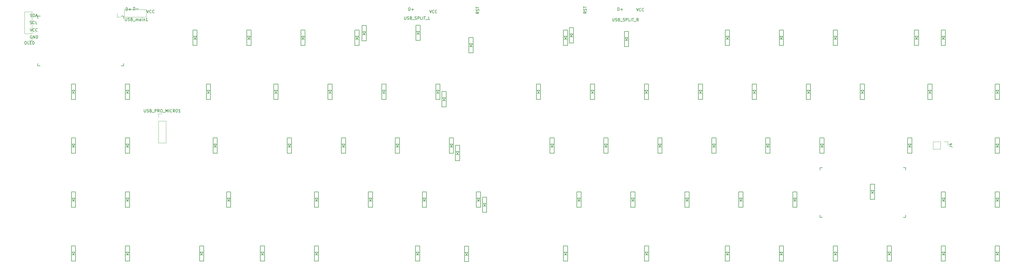
<source format=gbr>
%TF.GenerationSoftware,KiCad,Pcbnew,8.0.8*%
%TF.CreationDate,2025-04-11T15:04:37+09:00*%
%TF.ProjectId,sswkbd_wiring,7373776b-6264-45f7-9769-72696e672e6b,rev?*%
%TF.SameCoordinates,Original*%
%TF.FileFunction,Legend,Top*%
%TF.FilePolarity,Positive*%
%FSLAX46Y46*%
G04 Gerber Fmt 4.6, Leading zero omitted, Abs format (unit mm)*
G04 Created by KiCad (PCBNEW 8.0.8) date 2025-04-11 15:04:37*
%MOMM*%
%LPD*%
G01*
G04 APERTURE LIST*
%ADD10C,0.150000*%
%ADD11C,0.120000*%
G04 APERTURE END LIST*
D10*
X232924579Y-66544819D02*
X232924579Y-65544819D01*
X232924579Y-65544819D02*
X233162674Y-65544819D01*
X233162674Y-65544819D02*
X233305531Y-65592438D01*
X233305531Y-65592438D02*
X233400769Y-65687676D01*
X233400769Y-65687676D02*
X233448388Y-65782914D01*
X233448388Y-65782914D02*
X233496007Y-65973390D01*
X233496007Y-65973390D02*
X233496007Y-66116247D01*
X233496007Y-66116247D02*
X233448388Y-66306723D01*
X233448388Y-66306723D02*
X233400769Y-66401961D01*
X233400769Y-66401961D02*
X233305531Y-66497200D01*
X233305531Y-66497200D02*
X233162674Y-66544819D01*
X233162674Y-66544819D02*
X232924579Y-66544819D01*
X233924579Y-66163866D02*
X234686484Y-66163866D01*
X234305531Y-66544819D02*
X234305531Y-65782914D01*
X239500672Y-65744419D02*
X239834005Y-66744419D01*
X239834005Y-66744419D02*
X240167338Y-65744419D01*
X241072100Y-66649180D02*
X241024481Y-66696800D01*
X241024481Y-66696800D02*
X240881624Y-66744419D01*
X240881624Y-66744419D02*
X240786386Y-66744419D01*
X240786386Y-66744419D02*
X240643529Y-66696800D01*
X240643529Y-66696800D02*
X240548291Y-66601561D01*
X240548291Y-66601561D02*
X240500672Y-66506323D01*
X240500672Y-66506323D02*
X240453053Y-66315847D01*
X240453053Y-66315847D02*
X240453053Y-66172990D01*
X240453053Y-66172990D02*
X240500672Y-65982514D01*
X240500672Y-65982514D02*
X240548291Y-65887276D01*
X240548291Y-65887276D02*
X240643529Y-65792038D01*
X240643529Y-65792038D02*
X240786386Y-65744419D01*
X240786386Y-65744419D02*
X240881624Y-65744419D01*
X240881624Y-65744419D02*
X241024481Y-65792038D01*
X241024481Y-65792038D02*
X241072100Y-65839657D01*
X242072100Y-66649180D02*
X242024481Y-66696800D01*
X242024481Y-66696800D02*
X241881624Y-66744419D01*
X241881624Y-66744419D02*
X241786386Y-66744419D01*
X241786386Y-66744419D02*
X241643529Y-66696800D01*
X241643529Y-66696800D02*
X241548291Y-66601561D01*
X241548291Y-66601561D02*
X241500672Y-66506323D01*
X241500672Y-66506323D02*
X241453053Y-66315847D01*
X241453053Y-66315847D02*
X241453053Y-66172990D01*
X241453053Y-66172990D02*
X241500672Y-65982514D01*
X241500672Y-65982514D02*
X241548291Y-65887276D01*
X241548291Y-65887276D02*
X241643529Y-65792038D01*
X241643529Y-65792038D02*
X241786386Y-65744419D01*
X241786386Y-65744419D02*
X241881624Y-65744419D01*
X241881624Y-65744419D02*
X242024481Y-65792038D01*
X242024481Y-65792038D02*
X242072100Y-65839657D01*
X166678872Y-66430219D02*
X167012205Y-67430219D01*
X167012205Y-67430219D02*
X167345538Y-66430219D01*
X168250300Y-67334980D02*
X168202681Y-67382600D01*
X168202681Y-67382600D02*
X168059824Y-67430219D01*
X168059824Y-67430219D02*
X167964586Y-67430219D01*
X167964586Y-67430219D02*
X167821729Y-67382600D01*
X167821729Y-67382600D02*
X167726491Y-67287361D01*
X167726491Y-67287361D02*
X167678872Y-67192123D01*
X167678872Y-67192123D02*
X167631253Y-67001647D01*
X167631253Y-67001647D02*
X167631253Y-66858790D01*
X167631253Y-66858790D02*
X167678872Y-66668314D01*
X167678872Y-66668314D02*
X167726491Y-66573076D01*
X167726491Y-66573076D02*
X167821729Y-66477838D01*
X167821729Y-66477838D02*
X167964586Y-66430219D01*
X167964586Y-66430219D02*
X168059824Y-66430219D01*
X168059824Y-66430219D02*
X168202681Y-66477838D01*
X168202681Y-66477838D02*
X168250300Y-66525457D01*
X169250300Y-67334980D02*
X169202681Y-67382600D01*
X169202681Y-67382600D02*
X169059824Y-67430219D01*
X169059824Y-67430219D02*
X168964586Y-67430219D01*
X168964586Y-67430219D02*
X168821729Y-67382600D01*
X168821729Y-67382600D02*
X168726491Y-67287361D01*
X168726491Y-67287361D02*
X168678872Y-67192123D01*
X168678872Y-67192123D02*
X168631253Y-67001647D01*
X168631253Y-67001647D02*
X168631253Y-66858790D01*
X168631253Y-66858790D02*
X168678872Y-66668314D01*
X168678872Y-66668314D02*
X168726491Y-66573076D01*
X168726491Y-66573076D02*
X168821729Y-66477838D01*
X168821729Y-66477838D02*
X168964586Y-66430219D01*
X168964586Y-66430219D02*
X169059824Y-66430219D01*
X169059824Y-66430219D02*
X169202681Y-66477838D01*
X169202681Y-66477838D02*
X169250300Y-66525457D01*
X159340779Y-66544819D02*
X159340779Y-65544819D01*
X159340779Y-65544819D02*
X159578874Y-65544819D01*
X159578874Y-65544819D02*
X159721731Y-65592438D01*
X159721731Y-65592438D02*
X159816969Y-65687676D01*
X159816969Y-65687676D02*
X159864588Y-65782914D01*
X159864588Y-65782914D02*
X159912207Y-65973390D01*
X159912207Y-65973390D02*
X159912207Y-66116247D01*
X159912207Y-66116247D02*
X159864588Y-66306723D01*
X159864588Y-66306723D02*
X159816969Y-66401961D01*
X159816969Y-66401961D02*
X159721731Y-66497200D01*
X159721731Y-66497200D02*
X159578874Y-66544819D01*
X159578874Y-66544819D02*
X159340779Y-66544819D01*
X160340779Y-66163866D02*
X161102684Y-66163866D01*
X160721731Y-66544819D02*
X160721731Y-65782914D01*
X62439779Y-66367019D02*
X62439779Y-65367019D01*
X62439779Y-65367019D02*
X62677874Y-65367019D01*
X62677874Y-65367019D02*
X62820731Y-65414638D01*
X62820731Y-65414638D02*
X62915969Y-65509876D01*
X62915969Y-65509876D02*
X62963588Y-65605114D01*
X62963588Y-65605114D02*
X63011207Y-65795590D01*
X63011207Y-65795590D02*
X63011207Y-65938447D01*
X63011207Y-65938447D02*
X62963588Y-66128923D01*
X62963588Y-66128923D02*
X62915969Y-66224161D01*
X62915969Y-66224161D02*
X62820731Y-66319400D01*
X62820731Y-66319400D02*
X62677874Y-66367019D01*
X62677874Y-66367019D02*
X62439779Y-66367019D01*
X63439779Y-65986066D02*
X64201684Y-65986066D01*
X59823579Y-66519419D02*
X59823579Y-65519419D01*
X59823579Y-65519419D02*
X60061674Y-65519419D01*
X60061674Y-65519419D02*
X60204531Y-65567038D01*
X60204531Y-65567038D02*
X60299769Y-65662276D01*
X60299769Y-65662276D02*
X60347388Y-65757514D01*
X60347388Y-65757514D02*
X60395007Y-65947990D01*
X60395007Y-65947990D02*
X60395007Y-66090847D01*
X60395007Y-66090847D02*
X60347388Y-66281323D01*
X60347388Y-66281323D02*
X60299769Y-66376561D01*
X60299769Y-66376561D02*
X60204531Y-66471800D01*
X60204531Y-66471800D02*
X60061674Y-66519419D01*
X60061674Y-66519419D02*
X59823579Y-66519419D01*
X60823579Y-66138466D02*
X61585484Y-66138466D01*
X61204531Y-66519419D02*
X61204531Y-65757514D01*
X67161672Y-66404819D02*
X67495005Y-67404819D01*
X67495005Y-67404819D02*
X67828338Y-66404819D01*
X68733100Y-67309580D02*
X68685481Y-67357200D01*
X68685481Y-67357200D02*
X68542624Y-67404819D01*
X68542624Y-67404819D02*
X68447386Y-67404819D01*
X68447386Y-67404819D02*
X68304529Y-67357200D01*
X68304529Y-67357200D02*
X68209291Y-67261961D01*
X68209291Y-67261961D02*
X68161672Y-67166723D01*
X68161672Y-67166723D02*
X68114053Y-66976247D01*
X68114053Y-66976247D02*
X68114053Y-66833390D01*
X68114053Y-66833390D02*
X68161672Y-66642914D01*
X68161672Y-66642914D02*
X68209291Y-66547676D01*
X68209291Y-66547676D02*
X68304529Y-66452438D01*
X68304529Y-66452438D02*
X68447386Y-66404819D01*
X68447386Y-66404819D02*
X68542624Y-66404819D01*
X68542624Y-66404819D02*
X68685481Y-66452438D01*
X68685481Y-66452438D02*
X68733100Y-66500057D01*
X69733100Y-67309580D02*
X69685481Y-67357200D01*
X69685481Y-67357200D02*
X69542624Y-67404819D01*
X69542624Y-67404819D02*
X69447386Y-67404819D01*
X69447386Y-67404819D02*
X69304529Y-67357200D01*
X69304529Y-67357200D02*
X69209291Y-67261961D01*
X69209291Y-67261961D02*
X69161672Y-67166723D01*
X69161672Y-67166723D02*
X69114053Y-66976247D01*
X69114053Y-66976247D02*
X69114053Y-66833390D01*
X69114053Y-66833390D02*
X69161672Y-66642914D01*
X69161672Y-66642914D02*
X69209291Y-66547676D01*
X69209291Y-66547676D02*
X69304529Y-66452438D01*
X69304529Y-66452438D02*
X69447386Y-66404819D01*
X69447386Y-66404819D02*
X69542624Y-66404819D01*
X69542624Y-66404819D02*
X69685481Y-66452438D01*
X69685481Y-66452438D02*
X69733100Y-66500057D01*
X231086590Y-69254019D02*
X231086590Y-70063542D01*
X231086590Y-70063542D02*
X231134209Y-70158780D01*
X231134209Y-70158780D02*
X231181828Y-70206400D01*
X231181828Y-70206400D02*
X231277066Y-70254019D01*
X231277066Y-70254019D02*
X231467542Y-70254019D01*
X231467542Y-70254019D02*
X231562780Y-70206400D01*
X231562780Y-70206400D02*
X231610399Y-70158780D01*
X231610399Y-70158780D02*
X231658018Y-70063542D01*
X231658018Y-70063542D02*
X231658018Y-69254019D01*
X232086590Y-70206400D02*
X232229447Y-70254019D01*
X232229447Y-70254019D02*
X232467542Y-70254019D01*
X232467542Y-70254019D02*
X232562780Y-70206400D01*
X232562780Y-70206400D02*
X232610399Y-70158780D01*
X232610399Y-70158780D02*
X232658018Y-70063542D01*
X232658018Y-70063542D02*
X232658018Y-69968304D01*
X232658018Y-69968304D02*
X232610399Y-69873066D01*
X232610399Y-69873066D02*
X232562780Y-69825447D01*
X232562780Y-69825447D02*
X232467542Y-69777828D01*
X232467542Y-69777828D02*
X232277066Y-69730209D01*
X232277066Y-69730209D02*
X232181828Y-69682590D01*
X232181828Y-69682590D02*
X232134209Y-69634971D01*
X232134209Y-69634971D02*
X232086590Y-69539733D01*
X232086590Y-69539733D02*
X232086590Y-69444495D01*
X232086590Y-69444495D02*
X232134209Y-69349257D01*
X232134209Y-69349257D02*
X232181828Y-69301638D01*
X232181828Y-69301638D02*
X232277066Y-69254019D01*
X232277066Y-69254019D02*
X232515161Y-69254019D01*
X232515161Y-69254019D02*
X232658018Y-69301638D01*
X233419923Y-69730209D02*
X233562780Y-69777828D01*
X233562780Y-69777828D02*
X233610399Y-69825447D01*
X233610399Y-69825447D02*
X233658018Y-69920685D01*
X233658018Y-69920685D02*
X233658018Y-70063542D01*
X233658018Y-70063542D02*
X233610399Y-70158780D01*
X233610399Y-70158780D02*
X233562780Y-70206400D01*
X233562780Y-70206400D02*
X233467542Y-70254019D01*
X233467542Y-70254019D02*
X233086590Y-70254019D01*
X233086590Y-70254019D02*
X233086590Y-69254019D01*
X233086590Y-69254019D02*
X233419923Y-69254019D01*
X233419923Y-69254019D02*
X233515161Y-69301638D01*
X233515161Y-69301638D02*
X233562780Y-69349257D01*
X233562780Y-69349257D02*
X233610399Y-69444495D01*
X233610399Y-69444495D02*
X233610399Y-69539733D01*
X233610399Y-69539733D02*
X233562780Y-69634971D01*
X233562780Y-69634971D02*
X233515161Y-69682590D01*
X233515161Y-69682590D02*
X233419923Y-69730209D01*
X233419923Y-69730209D02*
X233086590Y-69730209D01*
X233848495Y-70349257D02*
X234610399Y-70349257D01*
X234800876Y-70206400D02*
X234943733Y-70254019D01*
X234943733Y-70254019D02*
X235181828Y-70254019D01*
X235181828Y-70254019D02*
X235277066Y-70206400D01*
X235277066Y-70206400D02*
X235324685Y-70158780D01*
X235324685Y-70158780D02*
X235372304Y-70063542D01*
X235372304Y-70063542D02*
X235372304Y-69968304D01*
X235372304Y-69968304D02*
X235324685Y-69873066D01*
X235324685Y-69873066D02*
X235277066Y-69825447D01*
X235277066Y-69825447D02*
X235181828Y-69777828D01*
X235181828Y-69777828D02*
X234991352Y-69730209D01*
X234991352Y-69730209D02*
X234896114Y-69682590D01*
X234896114Y-69682590D02*
X234848495Y-69634971D01*
X234848495Y-69634971D02*
X234800876Y-69539733D01*
X234800876Y-69539733D02*
X234800876Y-69444495D01*
X234800876Y-69444495D02*
X234848495Y-69349257D01*
X234848495Y-69349257D02*
X234896114Y-69301638D01*
X234896114Y-69301638D02*
X234991352Y-69254019D01*
X234991352Y-69254019D02*
X235229447Y-69254019D01*
X235229447Y-69254019D02*
X235372304Y-69301638D01*
X235800876Y-70254019D02*
X235800876Y-69254019D01*
X235800876Y-69254019D02*
X236181828Y-69254019D01*
X236181828Y-69254019D02*
X236277066Y-69301638D01*
X236277066Y-69301638D02*
X236324685Y-69349257D01*
X236324685Y-69349257D02*
X236372304Y-69444495D01*
X236372304Y-69444495D02*
X236372304Y-69587352D01*
X236372304Y-69587352D02*
X236324685Y-69682590D01*
X236324685Y-69682590D02*
X236277066Y-69730209D01*
X236277066Y-69730209D02*
X236181828Y-69777828D01*
X236181828Y-69777828D02*
X235800876Y-69777828D01*
X237277066Y-70254019D02*
X236800876Y-70254019D01*
X236800876Y-70254019D02*
X236800876Y-69254019D01*
X237610400Y-70254019D02*
X237610400Y-69254019D01*
X237943733Y-69254019D02*
X238515161Y-69254019D01*
X238229447Y-70254019D02*
X238229447Y-69254019D01*
X238610400Y-70349257D02*
X239372304Y-70349257D01*
X240181828Y-70254019D02*
X239848495Y-69777828D01*
X239610400Y-70254019D02*
X239610400Y-69254019D01*
X239610400Y-69254019D02*
X239991352Y-69254019D01*
X239991352Y-69254019D02*
X240086590Y-69301638D01*
X240086590Y-69301638D02*
X240134209Y-69349257D01*
X240134209Y-69349257D02*
X240181828Y-69444495D01*
X240181828Y-69444495D02*
X240181828Y-69587352D01*
X240181828Y-69587352D02*
X240134209Y-69682590D01*
X240134209Y-69682590D02*
X240086590Y-69730209D01*
X240086590Y-69730209D02*
X239991352Y-69777828D01*
X239991352Y-69777828D02*
X239610400Y-69777828D01*
X26703588Y-75396838D02*
X26608350Y-75349219D01*
X26608350Y-75349219D02*
X26465493Y-75349219D01*
X26465493Y-75349219D02*
X26322636Y-75396838D01*
X26322636Y-75396838D02*
X26227398Y-75492076D01*
X26227398Y-75492076D02*
X26179779Y-75587314D01*
X26179779Y-75587314D02*
X26132160Y-75777790D01*
X26132160Y-75777790D02*
X26132160Y-75920647D01*
X26132160Y-75920647D02*
X26179779Y-76111123D01*
X26179779Y-76111123D02*
X26227398Y-76206361D01*
X26227398Y-76206361D02*
X26322636Y-76301600D01*
X26322636Y-76301600D02*
X26465493Y-76349219D01*
X26465493Y-76349219D02*
X26560731Y-76349219D01*
X26560731Y-76349219D02*
X26703588Y-76301600D01*
X26703588Y-76301600D02*
X26751207Y-76253980D01*
X26751207Y-76253980D02*
X26751207Y-75920647D01*
X26751207Y-75920647D02*
X26560731Y-75920647D01*
X27179779Y-76349219D02*
X27179779Y-75349219D01*
X27179779Y-75349219D02*
X27751207Y-76349219D01*
X27751207Y-76349219D02*
X27751207Y-75349219D01*
X28227398Y-76349219D02*
X28227398Y-75349219D01*
X28227398Y-75349219D02*
X28465493Y-75349219D01*
X28465493Y-75349219D02*
X28608350Y-75396838D01*
X28608350Y-75396838D02*
X28703588Y-75492076D01*
X28703588Y-75492076D02*
X28751207Y-75587314D01*
X28751207Y-75587314D02*
X28798826Y-75777790D01*
X28798826Y-75777790D02*
X28798826Y-75920647D01*
X28798826Y-75920647D02*
X28751207Y-76111123D01*
X28751207Y-76111123D02*
X28703588Y-76206361D01*
X28703588Y-76206361D02*
X28608350Y-76301600D01*
X28608350Y-76301600D02*
X28465493Y-76349219D01*
X28465493Y-76349219D02*
X28227398Y-76349219D01*
X26036922Y-72885419D02*
X26370255Y-73885419D01*
X26370255Y-73885419D02*
X26703588Y-72885419D01*
X27608350Y-73790180D02*
X27560731Y-73837800D01*
X27560731Y-73837800D02*
X27417874Y-73885419D01*
X27417874Y-73885419D02*
X27322636Y-73885419D01*
X27322636Y-73885419D02*
X27179779Y-73837800D01*
X27179779Y-73837800D02*
X27084541Y-73742561D01*
X27084541Y-73742561D02*
X27036922Y-73647323D01*
X27036922Y-73647323D02*
X26989303Y-73456847D01*
X26989303Y-73456847D02*
X26989303Y-73313990D01*
X26989303Y-73313990D02*
X27036922Y-73123514D01*
X27036922Y-73123514D02*
X27084541Y-73028276D01*
X27084541Y-73028276D02*
X27179779Y-72933038D01*
X27179779Y-72933038D02*
X27322636Y-72885419D01*
X27322636Y-72885419D02*
X27417874Y-72885419D01*
X27417874Y-72885419D02*
X27560731Y-72933038D01*
X27560731Y-72933038D02*
X27608350Y-72980657D01*
X28608350Y-73790180D02*
X28560731Y-73837800D01*
X28560731Y-73837800D02*
X28417874Y-73885419D01*
X28417874Y-73885419D02*
X28322636Y-73885419D01*
X28322636Y-73885419D02*
X28179779Y-73837800D01*
X28179779Y-73837800D02*
X28084541Y-73742561D01*
X28084541Y-73742561D02*
X28036922Y-73647323D01*
X28036922Y-73647323D02*
X27989303Y-73456847D01*
X27989303Y-73456847D02*
X27989303Y-73313990D01*
X27989303Y-73313990D02*
X28036922Y-73123514D01*
X28036922Y-73123514D02*
X28084541Y-73028276D01*
X28084541Y-73028276D02*
X28179779Y-72933038D01*
X28179779Y-72933038D02*
X28322636Y-72885419D01*
X28322636Y-72885419D02*
X28417874Y-72885419D01*
X28417874Y-72885419D02*
X28560731Y-72933038D01*
X28560731Y-72933038D02*
X28608350Y-72980657D01*
X26055960Y-71221600D02*
X26198817Y-71269219D01*
X26198817Y-71269219D02*
X26436912Y-71269219D01*
X26436912Y-71269219D02*
X26532150Y-71221600D01*
X26532150Y-71221600D02*
X26579769Y-71173980D01*
X26579769Y-71173980D02*
X26627388Y-71078742D01*
X26627388Y-71078742D02*
X26627388Y-70983504D01*
X26627388Y-70983504D02*
X26579769Y-70888266D01*
X26579769Y-70888266D02*
X26532150Y-70840647D01*
X26532150Y-70840647D02*
X26436912Y-70793028D01*
X26436912Y-70793028D02*
X26246436Y-70745409D01*
X26246436Y-70745409D02*
X26151198Y-70697790D01*
X26151198Y-70697790D02*
X26103579Y-70650171D01*
X26103579Y-70650171D02*
X26055960Y-70554933D01*
X26055960Y-70554933D02*
X26055960Y-70459695D01*
X26055960Y-70459695D02*
X26103579Y-70364457D01*
X26103579Y-70364457D02*
X26151198Y-70316838D01*
X26151198Y-70316838D02*
X26246436Y-70269219D01*
X26246436Y-70269219D02*
X26484531Y-70269219D01*
X26484531Y-70269219D02*
X26627388Y-70316838D01*
X27627388Y-71173980D02*
X27579769Y-71221600D01*
X27579769Y-71221600D02*
X27436912Y-71269219D01*
X27436912Y-71269219D02*
X27341674Y-71269219D01*
X27341674Y-71269219D02*
X27198817Y-71221600D01*
X27198817Y-71221600D02*
X27103579Y-71126361D01*
X27103579Y-71126361D02*
X27055960Y-71031123D01*
X27055960Y-71031123D02*
X27008341Y-70840647D01*
X27008341Y-70840647D02*
X27008341Y-70697790D01*
X27008341Y-70697790D02*
X27055960Y-70507314D01*
X27055960Y-70507314D02*
X27103579Y-70412076D01*
X27103579Y-70412076D02*
X27198817Y-70316838D01*
X27198817Y-70316838D02*
X27341674Y-70269219D01*
X27341674Y-70269219D02*
X27436912Y-70269219D01*
X27436912Y-70269219D02*
X27579769Y-70316838D01*
X27579769Y-70316838D02*
X27627388Y-70364457D01*
X28532150Y-71269219D02*
X28055960Y-71269219D01*
X28055960Y-71269219D02*
X28055960Y-70269219D01*
X26182960Y-68707000D02*
X26325817Y-68754619D01*
X26325817Y-68754619D02*
X26563912Y-68754619D01*
X26563912Y-68754619D02*
X26659150Y-68707000D01*
X26659150Y-68707000D02*
X26706769Y-68659380D01*
X26706769Y-68659380D02*
X26754388Y-68564142D01*
X26754388Y-68564142D02*
X26754388Y-68468904D01*
X26754388Y-68468904D02*
X26706769Y-68373666D01*
X26706769Y-68373666D02*
X26659150Y-68326047D01*
X26659150Y-68326047D02*
X26563912Y-68278428D01*
X26563912Y-68278428D02*
X26373436Y-68230809D01*
X26373436Y-68230809D02*
X26278198Y-68183190D01*
X26278198Y-68183190D02*
X26230579Y-68135571D01*
X26230579Y-68135571D02*
X26182960Y-68040333D01*
X26182960Y-68040333D02*
X26182960Y-67945095D01*
X26182960Y-67945095D02*
X26230579Y-67849857D01*
X26230579Y-67849857D02*
X26278198Y-67802238D01*
X26278198Y-67802238D02*
X26373436Y-67754619D01*
X26373436Y-67754619D02*
X26611531Y-67754619D01*
X26611531Y-67754619D02*
X26754388Y-67802238D01*
X27182960Y-68754619D02*
X27182960Y-67754619D01*
X27182960Y-67754619D02*
X27421055Y-67754619D01*
X27421055Y-67754619D02*
X27563912Y-67802238D01*
X27563912Y-67802238D02*
X27659150Y-67897476D01*
X27659150Y-67897476D02*
X27706769Y-67992714D01*
X27706769Y-67992714D02*
X27754388Y-68183190D01*
X27754388Y-68183190D02*
X27754388Y-68326047D01*
X27754388Y-68326047D02*
X27706769Y-68516523D01*
X27706769Y-68516523D02*
X27659150Y-68611761D01*
X27659150Y-68611761D02*
X27563912Y-68707000D01*
X27563912Y-68707000D02*
X27421055Y-68754619D01*
X27421055Y-68754619D02*
X27182960Y-68754619D01*
X28135341Y-68468904D02*
X28611531Y-68468904D01*
X28040103Y-68754619D02*
X28373436Y-67754619D01*
X28373436Y-67754619D02*
X28706769Y-68754619D01*
X66210657Y-101391819D02*
X66210657Y-102201342D01*
X66210657Y-102201342D02*
X66258276Y-102296580D01*
X66258276Y-102296580D02*
X66305895Y-102344200D01*
X66305895Y-102344200D02*
X66401133Y-102391819D01*
X66401133Y-102391819D02*
X66591609Y-102391819D01*
X66591609Y-102391819D02*
X66686847Y-102344200D01*
X66686847Y-102344200D02*
X66734466Y-102296580D01*
X66734466Y-102296580D02*
X66782085Y-102201342D01*
X66782085Y-102201342D02*
X66782085Y-101391819D01*
X67210657Y-102344200D02*
X67353514Y-102391819D01*
X67353514Y-102391819D02*
X67591609Y-102391819D01*
X67591609Y-102391819D02*
X67686847Y-102344200D01*
X67686847Y-102344200D02*
X67734466Y-102296580D01*
X67734466Y-102296580D02*
X67782085Y-102201342D01*
X67782085Y-102201342D02*
X67782085Y-102106104D01*
X67782085Y-102106104D02*
X67734466Y-102010866D01*
X67734466Y-102010866D02*
X67686847Y-101963247D01*
X67686847Y-101963247D02*
X67591609Y-101915628D01*
X67591609Y-101915628D02*
X67401133Y-101868009D01*
X67401133Y-101868009D02*
X67305895Y-101820390D01*
X67305895Y-101820390D02*
X67258276Y-101772771D01*
X67258276Y-101772771D02*
X67210657Y-101677533D01*
X67210657Y-101677533D02*
X67210657Y-101582295D01*
X67210657Y-101582295D02*
X67258276Y-101487057D01*
X67258276Y-101487057D02*
X67305895Y-101439438D01*
X67305895Y-101439438D02*
X67401133Y-101391819D01*
X67401133Y-101391819D02*
X67639228Y-101391819D01*
X67639228Y-101391819D02*
X67782085Y-101439438D01*
X68543990Y-101868009D02*
X68686847Y-101915628D01*
X68686847Y-101915628D02*
X68734466Y-101963247D01*
X68734466Y-101963247D02*
X68782085Y-102058485D01*
X68782085Y-102058485D02*
X68782085Y-102201342D01*
X68782085Y-102201342D02*
X68734466Y-102296580D01*
X68734466Y-102296580D02*
X68686847Y-102344200D01*
X68686847Y-102344200D02*
X68591609Y-102391819D01*
X68591609Y-102391819D02*
X68210657Y-102391819D01*
X68210657Y-102391819D02*
X68210657Y-101391819D01*
X68210657Y-101391819D02*
X68543990Y-101391819D01*
X68543990Y-101391819D02*
X68639228Y-101439438D01*
X68639228Y-101439438D02*
X68686847Y-101487057D01*
X68686847Y-101487057D02*
X68734466Y-101582295D01*
X68734466Y-101582295D02*
X68734466Y-101677533D01*
X68734466Y-101677533D02*
X68686847Y-101772771D01*
X68686847Y-101772771D02*
X68639228Y-101820390D01*
X68639228Y-101820390D02*
X68543990Y-101868009D01*
X68543990Y-101868009D02*
X68210657Y-101868009D01*
X68972562Y-102487057D02*
X69734466Y-102487057D01*
X69972562Y-102391819D02*
X69972562Y-101391819D01*
X69972562Y-101391819D02*
X70353514Y-101391819D01*
X70353514Y-101391819D02*
X70448752Y-101439438D01*
X70448752Y-101439438D02*
X70496371Y-101487057D01*
X70496371Y-101487057D02*
X70543990Y-101582295D01*
X70543990Y-101582295D02*
X70543990Y-101725152D01*
X70543990Y-101725152D02*
X70496371Y-101820390D01*
X70496371Y-101820390D02*
X70448752Y-101868009D01*
X70448752Y-101868009D02*
X70353514Y-101915628D01*
X70353514Y-101915628D02*
X69972562Y-101915628D01*
X71543990Y-102391819D02*
X71210657Y-101915628D01*
X70972562Y-102391819D02*
X70972562Y-101391819D01*
X70972562Y-101391819D02*
X71353514Y-101391819D01*
X71353514Y-101391819D02*
X71448752Y-101439438D01*
X71448752Y-101439438D02*
X71496371Y-101487057D01*
X71496371Y-101487057D02*
X71543990Y-101582295D01*
X71543990Y-101582295D02*
X71543990Y-101725152D01*
X71543990Y-101725152D02*
X71496371Y-101820390D01*
X71496371Y-101820390D02*
X71448752Y-101868009D01*
X71448752Y-101868009D02*
X71353514Y-101915628D01*
X71353514Y-101915628D02*
X70972562Y-101915628D01*
X72163038Y-101391819D02*
X72353514Y-101391819D01*
X72353514Y-101391819D02*
X72448752Y-101439438D01*
X72448752Y-101439438D02*
X72543990Y-101534676D01*
X72543990Y-101534676D02*
X72591609Y-101725152D01*
X72591609Y-101725152D02*
X72591609Y-102058485D01*
X72591609Y-102058485D02*
X72543990Y-102248961D01*
X72543990Y-102248961D02*
X72448752Y-102344200D01*
X72448752Y-102344200D02*
X72353514Y-102391819D01*
X72353514Y-102391819D02*
X72163038Y-102391819D01*
X72163038Y-102391819D02*
X72067800Y-102344200D01*
X72067800Y-102344200D02*
X71972562Y-102248961D01*
X71972562Y-102248961D02*
X71924943Y-102058485D01*
X71924943Y-102058485D02*
X71924943Y-101725152D01*
X71924943Y-101725152D02*
X71972562Y-101534676D01*
X71972562Y-101534676D02*
X72067800Y-101439438D01*
X72067800Y-101439438D02*
X72163038Y-101391819D01*
X72782086Y-102487057D02*
X73543990Y-102487057D01*
X73782086Y-102391819D02*
X73782086Y-101391819D01*
X73782086Y-101391819D02*
X74115419Y-102106104D01*
X74115419Y-102106104D02*
X74448752Y-101391819D01*
X74448752Y-101391819D02*
X74448752Y-102391819D01*
X74924943Y-102391819D02*
X74924943Y-101391819D01*
X75972561Y-102296580D02*
X75924942Y-102344200D01*
X75924942Y-102344200D02*
X75782085Y-102391819D01*
X75782085Y-102391819D02*
X75686847Y-102391819D01*
X75686847Y-102391819D02*
X75543990Y-102344200D01*
X75543990Y-102344200D02*
X75448752Y-102248961D01*
X75448752Y-102248961D02*
X75401133Y-102153723D01*
X75401133Y-102153723D02*
X75353514Y-101963247D01*
X75353514Y-101963247D02*
X75353514Y-101820390D01*
X75353514Y-101820390D02*
X75401133Y-101629914D01*
X75401133Y-101629914D02*
X75448752Y-101534676D01*
X75448752Y-101534676D02*
X75543990Y-101439438D01*
X75543990Y-101439438D02*
X75686847Y-101391819D01*
X75686847Y-101391819D02*
X75782085Y-101391819D01*
X75782085Y-101391819D02*
X75924942Y-101439438D01*
X75924942Y-101439438D02*
X75972561Y-101487057D01*
X76972561Y-102391819D02*
X76639228Y-101915628D01*
X76401133Y-102391819D02*
X76401133Y-101391819D01*
X76401133Y-101391819D02*
X76782085Y-101391819D01*
X76782085Y-101391819D02*
X76877323Y-101439438D01*
X76877323Y-101439438D02*
X76924942Y-101487057D01*
X76924942Y-101487057D02*
X76972561Y-101582295D01*
X76972561Y-101582295D02*
X76972561Y-101725152D01*
X76972561Y-101725152D02*
X76924942Y-101820390D01*
X76924942Y-101820390D02*
X76877323Y-101868009D01*
X76877323Y-101868009D02*
X76782085Y-101915628D01*
X76782085Y-101915628D02*
X76401133Y-101915628D01*
X77591609Y-101391819D02*
X77782085Y-101391819D01*
X77782085Y-101391819D02*
X77877323Y-101439438D01*
X77877323Y-101439438D02*
X77972561Y-101534676D01*
X77972561Y-101534676D02*
X78020180Y-101725152D01*
X78020180Y-101725152D02*
X78020180Y-102058485D01*
X78020180Y-102058485D02*
X77972561Y-102248961D01*
X77972561Y-102248961D02*
X77877323Y-102344200D01*
X77877323Y-102344200D02*
X77782085Y-102391819D01*
X77782085Y-102391819D02*
X77591609Y-102391819D01*
X77591609Y-102391819D02*
X77496371Y-102344200D01*
X77496371Y-102344200D02*
X77401133Y-102248961D01*
X77401133Y-102248961D02*
X77353514Y-102058485D01*
X77353514Y-102058485D02*
X77353514Y-101725152D01*
X77353514Y-101725152D02*
X77401133Y-101534676D01*
X77401133Y-101534676D02*
X77496371Y-101439438D01*
X77496371Y-101439438D02*
X77591609Y-101391819D01*
X78972561Y-102391819D02*
X78401133Y-102391819D01*
X78686847Y-102391819D02*
X78686847Y-101391819D01*
X78686847Y-101391819D02*
X78591609Y-101534676D01*
X78591609Y-101534676D02*
X78496371Y-101629914D01*
X78496371Y-101629914D02*
X78401133Y-101677533D01*
X59520629Y-69177819D02*
X59520629Y-69987342D01*
X59520629Y-69987342D02*
X59568248Y-70082580D01*
X59568248Y-70082580D02*
X59615867Y-70130200D01*
X59615867Y-70130200D02*
X59711105Y-70177819D01*
X59711105Y-70177819D02*
X59901581Y-70177819D01*
X59901581Y-70177819D02*
X59996819Y-70130200D01*
X59996819Y-70130200D02*
X60044438Y-70082580D01*
X60044438Y-70082580D02*
X60092057Y-69987342D01*
X60092057Y-69987342D02*
X60092057Y-69177819D01*
X60520629Y-70130200D02*
X60663486Y-70177819D01*
X60663486Y-70177819D02*
X60901581Y-70177819D01*
X60901581Y-70177819D02*
X60996819Y-70130200D01*
X60996819Y-70130200D02*
X61044438Y-70082580D01*
X61044438Y-70082580D02*
X61092057Y-69987342D01*
X61092057Y-69987342D02*
X61092057Y-69892104D01*
X61092057Y-69892104D02*
X61044438Y-69796866D01*
X61044438Y-69796866D02*
X60996819Y-69749247D01*
X60996819Y-69749247D02*
X60901581Y-69701628D01*
X60901581Y-69701628D02*
X60711105Y-69654009D01*
X60711105Y-69654009D02*
X60615867Y-69606390D01*
X60615867Y-69606390D02*
X60568248Y-69558771D01*
X60568248Y-69558771D02*
X60520629Y-69463533D01*
X60520629Y-69463533D02*
X60520629Y-69368295D01*
X60520629Y-69368295D02*
X60568248Y-69273057D01*
X60568248Y-69273057D02*
X60615867Y-69225438D01*
X60615867Y-69225438D02*
X60711105Y-69177819D01*
X60711105Y-69177819D02*
X60949200Y-69177819D01*
X60949200Y-69177819D02*
X61092057Y-69225438D01*
X61853962Y-69654009D02*
X61996819Y-69701628D01*
X61996819Y-69701628D02*
X62044438Y-69749247D01*
X62044438Y-69749247D02*
X62092057Y-69844485D01*
X62092057Y-69844485D02*
X62092057Y-69987342D01*
X62092057Y-69987342D02*
X62044438Y-70082580D01*
X62044438Y-70082580D02*
X61996819Y-70130200D01*
X61996819Y-70130200D02*
X61901581Y-70177819D01*
X61901581Y-70177819D02*
X61520629Y-70177819D01*
X61520629Y-70177819D02*
X61520629Y-69177819D01*
X61520629Y-69177819D02*
X61853962Y-69177819D01*
X61853962Y-69177819D02*
X61949200Y-69225438D01*
X61949200Y-69225438D02*
X61996819Y-69273057D01*
X61996819Y-69273057D02*
X62044438Y-69368295D01*
X62044438Y-69368295D02*
X62044438Y-69463533D01*
X62044438Y-69463533D02*
X61996819Y-69558771D01*
X61996819Y-69558771D02*
X61949200Y-69606390D01*
X61949200Y-69606390D02*
X61853962Y-69654009D01*
X61853962Y-69654009D02*
X61520629Y-69654009D01*
X62282534Y-70273057D02*
X63044438Y-70273057D01*
X63282534Y-70177819D02*
X63282534Y-69511152D01*
X63282534Y-69606390D02*
X63330153Y-69558771D01*
X63330153Y-69558771D02*
X63425391Y-69511152D01*
X63425391Y-69511152D02*
X63568248Y-69511152D01*
X63568248Y-69511152D02*
X63663486Y-69558771D01*
X63663486Y-69558771D02*
X63711105Y-69654009D01*
X63711105Y-69654009D02*
X63711105Y-70177819D01*
X63711105Y-69654009D02*
X63758724Y-69558771D01*
X63758724Y-69558771D02*
X63853962Y-69511152D01*
X63853962Y-69511152D02*
X63996819Y-69511152D01*
X63996819Y-69511152D02*
X64092058Y-69558771D01*
X64092058Y-69558771D02*
X64139677Y-69654009D01*
X64139677Y-69654009D02*
X64139677Y-70177819D01*
X65044438Y-70177819D02*
X65044438Y-69654009D01*
X65044438Y-69654009D02*
X64996819Y-69558771D01*
X64996819Y-69558771D02*
X64901581Y-69511152D01*
X64901581Y-69511152D02*
X64711105Y-69511152D01*
X64711105Y-69511152D02*
X64615867Y-69558771D01*
X65044438Y-70130200D02*
X64949200Y-70177819D01*
X64949200Y-70177819D02*
X64711105Y-70177819D01*
X64711105Y-70177819D02*
X64615867Y-70130200D01*
X64615867Y-70130200D02*
X64568248Y-70034961D01*
X64568248Y-70034961D02*
X64568248Y-69939723D01*
X64568248Y-69939723D02*
X64615867Y-69844485D01*
X64615867Y-69844485D02*
X64711105Y-69796866D01*
X64711105Y-69796866D02*
X64949200Y-69796866D01*
X64949200Y-69796866D02*
X65044438Y-69749247D01*
X65520629Y-70177819D02*
X65520629Y-69511152D01*
X65520629Y-69177819D02*
X65473010Y-69225438D01*
X65473010Y-69225438D02*
X65520629Y-69273057D01*
X65520629Y-69273057D02*
X65568248Y-69225438D01*
X65568248Y-69225438D02*
X65520629Y-69177819D01*
X65520629Y-69177819D02*
X65520629Y-69273057D01*
X65996819Y-69511152D02*
X65996819Y-70177819D01*
X65996819Y-69606390D02*
X66044438Y-69558771D01*
X66044438Y-69558771D02*
X66139676Y-69511152D01*
X66139676Y-69511152D02*
X66282533Y-69511152D01*
X66282533Y-69511152D02*
X66377771Y-69558771D01*
X66377771Y-69558771D02*
X66425390Y-69654009D01*
X66425390Y-69654009D02*
X66425390Y-70177819D01*
X67425390Y-70177819D02*
X66853962Y-70177819D01*
X67139676Y-70177819D02*
X67139676Y-69177819D01*
X67139676Y-69177819D02*
X67044438Y-69320676D01*
X67044438Y-69320676D02*
X66949200Y-69415914D01*
X66949200Y-69415914D02*
X66853962Y-69463533D01*
X221859819Y-66947619D02*
X221383628Y-67280952D01*
X221859819Y-67519047D02*
X220859819Y-67519047D01*
X220859819Y-67519047D02*
X220859819Y-67138095D01*
X220859819Y-67138095D02*
X220907438Y-67042857D01*
X220907438Y-67042857D02*
X220955057Y-66995238D01*
X220955057Y-66995238D02*
X221050295Y-66947619D01*
X221050295Y-66947619D02*
X221193152Y-66947619D01*
X221193152Y-66947619D02*
X221288390Y-66995238D01*
X221288390Y-66995238D02*
X221336009Y-67042857D01*
X221336009Y-67042857D02*
X221383628Y-67138095D01*
X221383628Y-67138095D02*
X221383628Y-67519047D01*
X221812200Y-66566666D02*
X221859819Y-66423809D01*
X221859819Y-66423809D02*
X221859819Y-66185714D01*
X221859819Y-66185714D02*
X221812200Y-66090476D01*
X221812200Y-66090476D02*
X221764580Y-66042857D01*
X221764580Y-66042857D02*
X221669342Y-65995238D01*
X221669342Y-65995238D02*
X221574104Y-65995238D01*
X221574104Y-65995238D02*
X221478866Y-66042857D01*
X221478866Y-66042857D02*
X221431247Y-66090476D01*
X221431247Y-66090476D02*
X221383628Y-66185714D01*
X221383628Y-66185714D02*
X221336009Y-66376190D01*
X221336009Y-66376190D02*
X221288390Y-66471428D01*
X221288390Y-66471428D02*
X221240771Y-66519047D01*
X221240771Y-66519047D02*
X221145533Y-66566666D01*
X221145533Y-66566666D02*
X221050295Y-66566666D01*
X221050295Y-66566666D02*
X220955057Y-66519047D01*
X220955057Y-66519047D02*
X220907438Y-66471428D01*
X220907438Y-66471428D02*
X220859819Y-66376190D01*
X220859819Y-66376190D02*
X220859819Y-66138095D01*
X220859819Y-66138095D02*
X220907438Y-65995238D01*
X220859819Y-65709523D02*
X220859819Y-65138095D01*
X221859819Y-65423809D02*
X220859819Y-65423809D01*
X184059819Y-67047619D02*
X183583628Y-67380952D01*
X184059819Y-67619047D02*
X183059819Y-67619047D01*
X183059819Y-67619047D02*
X183059819Y-67238095D01*
X183059819Y-67238095D02*
X183107438Y-67142857D01*
X183107438Y-67142857D02*
X183155057Y-67095238D01*
X183155057Y-67095238D02*
X183250295Y-67047619D01*
X183250295Y-67047619D02*
X183393152Y-67047619D01*
X183393152Y-67047619D02*
X183488390Y-67095238D01*
X183488390Y-67095238D02*
X183536009Y-67142857D01*
X183536009Y-67142857D02*
X183583628Y-67238095D01*
X183583628Y-67238095D02*
X183583628Y-67619047D01*
X184012200Y-66666666D02*
X184059819Y-66523809D01*
X184059819Y-66523809D02*
X184059819Y-66285714D01*
X184059819Y-66285714D02*
X184012200Y-66190476D01*
X184012200Y-66190476D02*
X183964580Y-66142857D01*
X183964580Y-66142857D02*
X183869342Y-66095238D01*
X183869342Y-66095238D02*
X183774104Y-66095238D01*
X183774104Y-66095238D02*
X183678866Y-66142857D01*
X183678866Y-66142857D02*
X183631247Y-66190476D01*
X183631247Y-66190476D02*
X183583628Y-66285714D01*
X183583628Y-66285714D02*
X183536009Y-66476190D01*
X183536009Y-66476190D02*
X183488390Y-66571428D01*
X183488390Y-66571428D02*
X183440771Y-66619047D01*
X183440771Y-66619047D02*
X183345533Y-66666666D01*
X183345533Y-66666666D02*
X183250295Y-66666666D01*
X183250295Y-66666666D02*
X183155057Y-66619047D01*
X183155057Y-66619047D02*
X183107438Y-66571428D01*
X183107438Y-66571428D02*
X183059819Y-66476190D01*
X183059819Y-66476190D02*
X183059819Y-66238095D01*
X183059819Y-66238095D02*
X183107438Y-66095238D01*
X183059819Y-65809523D02*
X183059819Y-65238095D01*
X184059819Y-65523809D02*
X183059819Y-65523809D01*
X157801228Y-68720619D02*
X157801228Y-69530142D01*
X157801228Y-69530142D02*
X157848847Y-69625380D01*
X157848847Y-69625380D02*
X157896466Y-69673000D01*
X157896466Y-69673000D02*
X157991704Y-69720619D01*
X157991704Y-69720619D02*
X158182180Y-69720619D01*
X158182180Y-69720619D02*
X158277418Y-69673000D01*
X158277418Y-69673000D02*
X158325037Y-69625380D01*
X158325037Y-69625380D02*
X158372656Y-69530142D01*
X158372656Y-69530142D02*
X158372656Y-68720619D01*
X158801228Y-69673000D02*
X158944085Y-69720619D01*
X158944085Y-69720619D02*
X159182180Y-69720619D01*
X159182180Y-69720619D02*
X159277418Y-69673000D01*
X159277418Y-69673000D02*
X159325037Y-69625380D01*
X159325037Y-69625380D02*
X159372656Y-69530142D01*
X159372656Y-69530142D02*
X159372656Y-69434904D01*
X159372656Y-69434904D02*
X159325037Y-69339666D01*
X159325037Y-69339666D02*
X159277418Y-69292047D01*
X159277418Y-69292047D02*
X159182180Y-69244428D01*
X159182180Y-69244428D02*
X158991704Y-69196809D01*
X158991704Y-69196809D02*
X158896466Y-69149190D01*
X158896466Y-69149190D02*
X158848847Y-69101571D01*
X158848847Y-69101571D02*
X158801228Y-69006333D01*
X158801228Y-69006333D02*
X158801228Y-68911095D01*
X158801228Y-68911095D02*
X158848847Y-68815857D01*
X158848847Y-68815857D02*
X158896466Y-68768238D01*
X158896466Y-68768238D02*
X158991704Y-68720619D01*
X158991704Y-68720619D02*
X159229799Y-68720619D01*
X159229799Y-68720619D02*
X159372656Y-68768238D01*
X160134561Y-69196809D02*
X160277418Y-69244428D01*
X160277418Y-69244428D02*
X160325037Y-69292047D01*
X160325037Y-69292047D02*
X160372656Y-69387285D01*
X160372656Y-69387285D02*
X160372656Y-69530142D01*
X160372656Y-69530142D02*
X160325037Y-69625380D01*
X160325037Y-69625380D02*
X160277418Y-69673000D01*
X160277418Y-69673000D02*
X160182180Y-69720619D01*
X160182180Y-69720619D02*
X159801228Y-69720619D01*
X159801228Y-69720619D02*
X159801228Y-68720619D01*
X159801228Y-68720619D02*
X160134561Y-68720619D01*
X160134561Y-68720619D02*
X160229799Y-68768238D01*
X160229799Y-68768238D02*
X160277418Y-68815857D01*
X160277418Y-68815857D02*
X160325037Y-68911095D01*
X160325037Y-68911095D02*
X160325037Y-69006333D01*
X160325037Y-69006333D02*
X160277418Y-69101571D01*
X160277418Y-69101571D02*
X160229799Y-69149190D01*
X160229799Y-69149190D02*
X160134561Y-69196809D01*
X160134561Y-69196809D02*
X159801228Y-69196809D01*
X160563133Y-69815857D02*
X161325037Y-69815857D01*
X161515514Y-69673000D02*
X161658371Y-69720619D01*
X161658371Y-69720619D02*
X161896466Y-69720619D01*
X161896466Y-69720619D02*
X161991704Y-69673000D01*
X161991704Y-69673000D02*
X162039323Y-69625380D01*
X162039323Y-69625380D02*
X162086942Y-69530142D01*
X162086942Y-69530142D02*
X162086942Y-69434904D01*
X162086942Y-69434904D02*
X162039323Y-69339666D01*
X162039323Y-69339666D02*
X161991704Y-69292047D01*
X161991704Y-69292047D02*
X161896466Y-69244428D01*
X161896466Y-69244428D02*
X161705990Y-69196809D01*
X161705990Y-69196809D02*
X161610752Y-69149190D01*
X161610752Y-69149190D02*
X161563133Y-69101571D01*
X161563133Y-69101571D02*
X161515514Y-69006333D01*
X161515514Y-69006333D02*
X161515514Y-68911095D01*
X161515514Y-68911095D02*
X161563133Y-68815857D01*
X161563133Y-68815857D02*
X161610752Y-68768238D01*
X161610752Y-68768238D02*
X161705990Y-68720619D01*
X161705990Y-68720619D02*
X161944085Y-68720619D01*
X161944085Y-68720619D02*
X162086942Y-68768238D01*
X162515514Y-69720619D02*
X162515514Y-68720619D01*
X162515514Y-68720619D02*
X162896466Y-68720619D01*
X162896466Y-68720619D02*
X162991704Y-68768238D01*
X162991704Y-68768238D02*
X163039323Y-68815857D01*
X163039323Y-68815857D02*
X163086942Y-68911095D01*
X163086942Y-68911095D02*
X163086942Y-69053952D01*
X163086942Y-69053952D02*
X163039323Y-69149190D01*
X163039323Y-69149190D02*
X162991704Y-69196809D01*
X162991704Y-69196809D02*
X162896466Y-69244428D01*
X162896466Y-69244428D02*
X162515514Y-69244428D01*
X163991704Y-69720619D02*
X163515514Y-69720619D01*
X163515514Y-69720619D02*
X163515514Y-68720619D01*
X164325038Y-69720619D02*
X164325038Y-68720619D01*
X164658371Y-68720619D02*
X165229799Y-68720619D01*
X164944085Y-69720619D02*
X164944085Y-68720619D01*
X165325038Y-69815857D02*
X166086942Y-69815857D01*
X166801228Y-69720619D02*
X166325038Y-69720619D01*
X166325038Y-69720619D02*
X166325038Y-68720619D01*
X349559819Y-114433333D02*
X350274104Y-114433333D01*
X350274104Y-114433333D02*
X350416961Y-114480952D01*
X350416961Y-114480952D02*
X350512200Y-114576190D01*
X350512200Y-114576190D02*
X350559819Y-114719047D01*
X350559819Y-114719047D02*
X350559819Y-114814285D01*
X349893152Y-113528571D02*
X350559819Y-113528571D01*
X349512200Y-113766666D02*
X350226485Y-114004761D01*
X350226485Y-114004761D02*
X350226485Y-113385714D01*
X24404819Y-77432819D02*
X24595295Y-77432819D01*
X24595295Y-77432819D02*
X24690533Y-77480438D01*
X24690533Y-77480438D02*
X24785771Y-77575676D01*
X24785771Y-77575676D02*
X24833390Y-77766152D01*
X24833390Y-77766152D02*
X24833390Y-78099485D01*
X24833390Y-78099485D02*
X24785771Y-78289961D01*
X24785771Y-78289961D02*
X24690533Y-78385200D01*
X24690533Y-78385200D02*
X24595295Y-78432819D01*
X24595295Y-78432819D02*
X24404819Y-78432819D01*
X24404819Y-78432819D02*
X24309581Y-78385200D01*
X24309581Y-78385200D02*
X24214343Y-78289961D01*
X24214343Y-78289961D02*
X24166724Y-78099485D01*
X24166724Y-78099485D02*
X24166724Y-77766152D01*
X24166724Y-77766152D02*
X24214343Y-77575676D01*
X24214343Y-77575676D02*
X24309581Y-77480438D01*
X24309581Y-77480438D02*
X24404819Y-77432819D01*
X25738152Y-78432819D02*
X25261962Y-78432819D01*
X25261962Y-78432819D02*
X25261962Y-77432819D01*
X26071486Y-77909009D02*
X26404819Y-77909009D01*
X26547676Y-78432819D02*
X26071486Y-78432819D01*
X26071486Y-78432819D02*
X26071486Y-77432819D01*
X26071486Y-77432819D02*
X26547676Y-77432819D01*
X26976248Y-78432819D02*
X26976248Y-77432819D01*
X26976248Y-77432819D02*
X27214343Y-77432819D01*
X27214343Y-77432819D02*
X27357200Y-77480438D01*
X27357200Y-77480438D02*
X27452438Y-77575676D01*
X27452438Y-77575676D02*
X27500057Y-77670914D01*
X27500057Y-77670914D02*
X27547676Y-77861390D01*
X27547676Y-77861390D02*
X27547676Y-78004247D01*
X27547676Y-78004247D02*
X27500057Y-78194723D01*
X27500057Y-78194723D02*
X27452438Y-78289961D01*
X27452438Y-78289961D02*
X27357200Y-78385200D01*
X27357200Y-78385200D02*
X27214343Y-78432819D01*
X27214343Y-78432819D02*
X26976248Y-78432819D01*
%TO.C,D65*%
X40586999Y-154904950D02*
X42086999Y-154904950D01*
X42086999Y-154904950D02*
X42086999Y-149504950D01*
X40836999Y-152704950D02*
X41836999Y-152704950D01*
X41336999Y-152604950D02*
X40836999Y-151704950D01*
X40836999Y-151704950D02*
X41836999Y-151704950D01*
X41836999Y-151704950D02*
X41336999Y-152604950D01*
X40586999Y-149504950D02*
X40586999Y-154904950D01*
X42086999Y-149504950D02*
X40586999Y-149504950D01*
%TO.C,D32*%
X365759249Y-97854950D02*
X367259249Y-97854950D01*
X367259249Y-97854950D02*
X367259249Y-92454950D01*
X366009249Y-95654950D02*
X367009249Y-95654950D01*
X366509249Y-95554950D02*
X366009249Y-94654950D01*
X366009249Y-94654950D02*
X367009249Y-94654950D01*
X367009249Y-94654950D02*
X366509249Y-95554950D01*
X365759249Y-92454950D02*
X365759249Y-97854950D01*
X367259249Y-92454950D02*
X365759249Y-92454950D01*
%TO.C,D67*%
X85711999Y-154904950D02*
X87211999Y-154904950D01*
X87211999Y-154904950D02*
X87211999Y-149504950D01*
X85961999Y-152704950D02*
X86961999Y-152704950D01*
X86461999Y-152604950D02*
X85961999Y-151704950D01*
X85961999Y-151704950D02*
X86961999Y-151704950D01*
X86961999Y-151704950D02*
X86461999Y-152604950D01*
X85711999Y-149504950D02*
X85711999Y-154904950D01*
X87211999Y-149504950D02*
X85711999Y-149504950D01*
%TO.C,D50*%
X59586999Y-135904950D02*
X61086999Y-135904950D01*
X61086999Y-135904950D02*
X61086999Y-130504950D01*
X59836999Y-133704950D02*
X60836999Y-133704950D01*
X60336999Y-133604950D02*
X59836999Y-132704950D01*
X59836999Y-132704950D02*
X60836999Y-132704950D01*
X60836999Y-132704950D02*
X60336999Y-133604950D01*
X59586999Y-130504950D02*
X59586999Y-135904950D01*
X61086999Y-130504950D02*
X59586999Y-130504950D01*
%TO.C,D73*%
X242284249Y-154904950D02*
X243784249Y-154904950D01*
X243784249Y-154904950D02*
X243784249Y-149504950D01*
X242534249Y-152704950D02*
X243534249Y-152704950D01*
X243034249Y-152604950D02*
X242534249Y-151704950D01*
X242534249Y-151704950D02*
X243534249Y-151704950D01*
X243534249Y-151704950D02*
X243034249Y-152604950D01*
X242284249Y-149504950D02*
X242284249Y-154904950D01*
X243784249Y-149504950D02*
X242284249Y-149504950D01*
%TO.C,D46*%
X304009249Y-116879950D02*
X305509249Y-116879950D01*
X305509249Y-116879950D02*
X305509249Y-111479950D01*
X304259249Y-114679950D02*
X305259249Y-114679950D01*
X304759249Y-114579950D02*
X304259249Y-113679950D01*
X304259249Y-113679950D02*
X305259249Y-113679950D01*
X305259249Y-113679950D02*
X304759249Y-114579950D01*
X304009249Y-111479950D02*
X304009249Y-116879950D01*
X305509249Y-111479950D02*
X304009249Y-111479950D01*
%TO.C,D38*%
X154611999Y-116879950D02*
X156111999Y-116879950D01*
X156111999Y-116879950D02*
X156111999Y-111479950D01*
X154861999Y-114679950D02*
X155861999Y-114679950D01*
X155361999Y-114579950D02*
X154861999Y-113679950D01*
X154861999Y-113679950D02*
X155861999Y-113679950D01*
X155861999Y-113679950D02*
X155361999Y-114579950D01*
X154611999Y-111479950D02*
X154611999Y-116879950D01*
X156111999Y-111479950D02*
X154611999Y-111479950D01*
%TO.C,D76*%
X308759249Y-154904950D02*
X310259249Y-154904950D01*
X310259249Y-154904950D02*
X310259249Y-149504950D01*
X309009249Y-152704950D02*
X310009249Y-152704950D01*
X309509249Y-152604950D02*
X309009249Y-151704950D01*
X309009249Y-151704950D02*
X310009249Y-151704950D01*
X310009249Y-151704950D02*
X309509249Y-152604950D01*
X308759249Y-149504950D02*
X308759249Y-154904950D01*
X310259249Y-149504950D02*
X308759249Y-149504950D01*
%TO.C,D74*%
X270759249Y-154904950D02*
X272259249Y-154904950D01*
X272259249Y-154904950D02*
X272259249Y-149504950D01*
X271009249Y-152704950D02*
X272009249Y-152704950D01*
X271509249Y-152604950D02*
X271009249Y-151704950D01*
X271009249Y-151704950D02*
X272009249Y-151704950D01*
X272009249Y-151704950D02*
X271509249Y-152604950D01*
X270759249Y-149504950D02*
X270759249Y-154904950D01*
X272259249Y-149504950D02*
X270759249Y-149504950D01*
%TO.C,D52*%
X126111999Y-135904950D02*
X127611999Y-135904950D01*
X127611999Y-135904950D02*
X127611999Y-130504950D01*
X126361999Y-133704950D02*
X127361999Y-133704950D01*
X126861999Y-133604950D02*
X126361999Y-132704950D01*
X126361999Y-132704950D02*
X127361999Y-132704950D01*
X127361999Y-132704950D02*
X126861999Y-133604950D01*
X126111999Y-130504950D02*
X126111999Y-135904950D01*
X127611999Y-130504950D02*
X126111999Y-130504950D01*
%TO.C,D39*%
X173611999Y-116879950D02*
X175111999Y-116879950D01*
X175111999Y-116879950D02*
X175111999Y-111479950D01*
X173861999Y-114679950D02*
X174861999Y-114679950D01*
X174361999Y-114579950D02*
X173861999Y-113679950D01*
X173861999Y-113679950D02*
X174861999Y-113679950D01*
X174861999Y-113679950D02*
X174361999Y-114579950D01*
X173611999Y-111479950D02*
X173611999Y-116879950D01*
X175111999Y-111479950D02*
X173611999Y-111479950D01*
%TO.C,D15*%
X346741000Y-78848000D02*
X348241000Y-78848000D01*
X348241000Y-78848000D02*
X348241000Y-73448000D01*
X346991000Y-76648000D02*
X347991000Y-76648000D01*
X347491000Y-76548000D02*
X346991000Y-75648000D01*
X346991000Y-75648000D02*
X347991000Y-75648000D01*
X347991000Y-75648000D02*
X347491000Y-76548000D01*
X346741000Y-73448000D02*
X346741000Y-78848000D01*
X348241000Y-73448000D02*
X346741000Y-73448000D01*
%TO.C,D44*%
X266009249Y-116879950D02*
X267509249Y-116879950D01*
X267509249Y-116879950D02*
X267509249Y-111479950D01*
X266259249Y-114679950D02*
X267259249Y-114679950D01*
X266759249Y-114579950D02*
X266259249Y-113679950D01*
X266259249Y-113679950D02*
X267259249Y-113679950D01*
X267259249Y-113679950D02*
X266759249Y-114579950D01*
X266009249Y-111479950D02*
X266009249Y-116879950D01*
X267509249Y-111479950D02*
X266009249Y-111479950D01*
%TO.C,D4*%
X140361999Y-78854950D02*
X141861999Y-78854950D01*
X141861999Y-78854950D02*
X141861999Y-73454950D01*
X140611999Y-76654950D02*
X141611999Y-76654950D01*
X141111999Y-76554950D02*
X140611999Y-75654950D01*
X140611999Y-75654950D02*
X141611999Y-75654950D01*
X141611999Y-75654950D02*
X141111999Y-76554950D01*
X140361999Y-73454950D02*
X140361999Y-78854950D01*
X141861999Y-73454950D02*
X140361999Y-73454950D01*
%TO.C,D43*%
X247009249Y-116879950D02*
X248509249Y-116879950D01*
X248509249Y-116879950D02*
X248509249Y-111479950D01*
X247259249Y-114679950D02*
X248259249Y-114679950D01*
X247759249Y-114579950D02*
X247259249Y-113679950D01*
X247259249Y-113679950D02*
X248259249Y-113679950D01*
X248259249Y-113679950D02*
X247759249Y-114579950D01*
X247009249Y-111479950D02*
X247009249Y-116879950D01*
X248509249Y-111479950D02*
X247009249Y-111479950D01*
%TO.C,D41*%
X209009249Y-116879950D02*
X210509249Y-116879950D01*
X210509249Y-116879950D02*
X210509249Y-111479950D01*
X209259249Y-114679950D02*
X210259249Y-114679950D01*
X209759249Y-114579950D02*
X209259249Y-113679950D01*
X209259249Y-113679950D02*
X210259249Y-113679950D01*
X210259249Y-113679950D02*
X209759249Y-114579950D01*
X209009249Y-111479950D02*
X209009249Y-116879950D01*
X210509249Y-111479950D02*
X209009249Y-111479950D01*
%TO.C,D1*%
X83361999Y-78854950D02*
X84861999Y-78854950D01*
X84861999Y-78854950D02*
X84861999Y-73454950D01*
X83611999Y-76654950D02*
X84611999Y-76654950D01*
X84111999Y-76554950D02*
X83611999Y-75654950D01*
X83611999Y-75654950D02*
X84611999Y-75654950D01*
X84611999Y-75654950D02*
X84111999Y-76554950D01*
X83361999Y-73454950D02*
X83361999Y-78854950D01*
X84861999Y-73454950D02*
X83361999Y-73454950D01*
%TO.C,D11*%
X270759249Y-78854950D02*
X272259249Y-78854950D01*
X272259249Y-78854950D02*
X272259249Y-73454950D01*
X271009249Y-76654950D02*
X272009249Y-76654950D01*
X271509249Y-76554950D02*
X271009249Y-75654950D01*
X271009249Y-75654950D02*
X272009249Y-75654950D01*
X272009249Y-75654950D02*
X271509249Y-76554950D01*
X270759249Y-73454950D02*
X270759249Y-78854950D01*
X272259249Y-73454950D02*
X270759249Y-73454950D01*
%TO.C,D51*%
X95211999Y-135904950D02*
X96711999Y-135904950D01*
X96711999Y-135904950D02*
X96711999Y-130504950D01*
X95461999Y-133704950D02*
X96461999Y-133704950D01*
X95961999Y-133604950D02*
X95461999Y-132704950D01*
X95461999Y-132704950D02*
X96461999Y-132704950D01*
X96461999Y-132704950D02*
X95961999Y-133604950D01*
X95211999Y-130504950D02*
X95211999Y-135904950D01*
X96711999Y-130504950D02*
X95211999Y-130504950D01*
%TO.C,D59*%
X256509249Y-135904950D02*
X258009249Y-135904950D01*
X258009249Y-135904950D02*
X258009249Y-130504950D01*
X256759249Y-133704950D02*
X257759249Y-133704950D01*
X257259249Y-133604950D02*
X256759249Y-132704950D01*
X256759249Y-132704950D02*
X257759249Y-132704950D01*
X257759249Y-132704950D02*
X257259249Y-133604950D01*
X256509249Y-130504950D02*
X256509249Y-135904950D01*
X258009249Y-130504950D02*
X256509249Y-130504950D01*
%TO.C,D9*%
X215850000Y-78000000D02*
X217350000Y-78000000D01*
X217350000Y-78000000D02*
X217350000Y-72600000D01*
X216100000Y-75800000D02*
X217100000Y-75800000D01*
X216600000Y-75700000D02*
X216100000Y-74800000D01*
X216100000Y-74800000D02*
X217100000Y-74800000D01*
X217100000Y-74800000D02*
X216600000Y-75700000D01*
X215850000Y-72600000D02*
X215850000Y-78000000D01*
X217350000Y-72600000D02*
X215850000Y-72600000D01*
%TO.C,D3*%
X121361999Y-78854950D02*
X122861999Y-78854950D01*
X122861999Y-78854950D02*
X122861999Y-73454950D01*
X121611999Y-76654950D02*
X122611999Y-76654950D01*
X122111999Y-76554950D02*
X121611999Y-75654950D01*
X121611999Y-75654950D02*
X122611999Y-75654950D01*
X122611999Y-75654950D02*
X122111999Y-76554950D01*
X121361999Y-73454950D02*
X121361999Y-78854950D01*
X122861999Y-73454950D02*
X121361999Y-73454950D01*
%TO.C,D42*%
X228009249Y-116879950D02*
X229509249Y-116879950D01*
X229509249Y-116879950D02*
X229509249Y-111479950D01*
X228259249Y-114679950D02*
X229259249Y-114679950D01*
X228759249Y-114579950D02*
X228259249Y-113679950D01*
X228259249Y-113679950D02*
X229259249Y-113679950D01*
X229259249Y-113679950D02*
X228759249Y-114579950D01*
X228009249Y-111479950D02*
X228009249Y-116879950D01*
X229509249Y-111479950D02*
X228009249Y-111479950D01*
%TO.C,D64*%
X365759249Y-135904950D02*
X367259249Y-135904950D01*
X367259249Y-135904950D02*
X367259249Y-130504950D01*
X366009249Y-133704950D02*
X367009249Y-133704950D01*
X366509249Y-133604950D02*
X366009249Y-132704950D01*
X366009249Y-132704950D02*
X367009249Y-132704950D01*
X367009249Y-132704950D02*
X366509249Y-133604950D01*
X365759249Y-130504950D02*
X365759249Y-135904950D01*
X367259249Y-130504950D02*
X365759249Y-130504950D01*
%TO.C,D23*%
X171045000Y-100480000D02*
X172545000Y-100480000D01*
X172545000Y-100480000D02*
X172545000Y-95080000D01*
X171295000Y-98280000D02*
X172295000Y-98280000D01*
X171795000Y-98180000D02*
X171295000Y-97280000D01*
X171295000Y-97280000D02*
X172295000Y-97280000D01*
X172295000Y-97280000D02*
X171795000Y-98180000D01*
X171045000Y-95080000D02*
X171045000Y-100480000D01*
X172545000Y-95080000D02*
X171045000Y-95080000D01*
%TO.C,D33*%
X40586999Y-116879950D02*
X42086999Y-116879950D01*
X42086999Y-116879950D02*
X42086999Y-111479950D01*
X40836999Y-114679950D02*
X41836999Y-114679950D01*
X41336999Y-114579950D02*
X40836999Y-113679950D01*
X40836999Y-113679950D02*
X41836999Y-113679950D01*
X41836999Y-113679950D02*
X41336999Y-114579950D01*
X40586999Y-111479950D02*
X40586999Y-116879950D01*
X42086999Y-111479950D02*
X40586999Y-111479950D01*
%TO.C,D8*%
X213759249Y-78854950D02*
X215259249Y-78854950D01*
X215259249Y-78854950D02*
X215259249Y-73454950D01*
X214009249Y-76654950D02*
X215009249Y-76654950D01*
X214509249Y-76554950D02*
X214009249Y-75654950D01*
X214009249Y-75654950D02*
X215009249Y-75654950D01*
X215009249Y-75654950D02*
X214509249Y-76554950D01*
X213759249Y-73454950D02*
X213759249Y-78854950D01*
X215259249Y-73454950D02*
X213759249Y-73454950D01*
%TO.C,D45*%
X285009249Y-116879950D02*
X286509249Y-116879950D01*
X286509249Y-116879950D02*
X286509249Y-111479950D01*
X285259249Y-114679950D02*
X286259249Y-114679950D01*
X285759249Y-114579950D02*
X285259249Y-113679950D01*
X285259249Y-113679950D02*
X286259249Y-113679950D01*
X286259249Y-113679950D02*
X285759249Y-114579950D01*
X285009249Y-111479950D02*
X285009249Y-116879950D01*
X286509249Y-111479950D02*
X285009249Y-111479950D01*
%TO.C,D70*%
X161711999Y-154904950D02*
X163211999Y-154904950D01*
X163211999Y-154904950D02*
X163211999Y-149504950D01*
X161961999Y-152704950D02*
X162961999Y-152704950D01*
X162461999Y-152604950D02*
X161961999Y-151704950D01*
X161961999Y-151704950D02*
X162961999Y-151704950D01*
X162961999Y-151704950D02*
X162461999Y-152604950D01*
X161711999Y-149504950D02*
X161711999Y-154904950D01*
X163211999Y-149504950D02*
X161711999Y-149504950D01*
%TO.C,D24*%
X204259249Y-97854950D02*
X205759249Y-97854950D01*
X205759249Y-97854950D02*
X205759249Y-92454950D01*
X204509249Y-95654950D02*
X205509249Y-95654950D01*
X205009249Y-95554950D02*
X204509249Y-94654950D01*
X204509249Y-94654950D02*
X205509249Y-94654950D01*
X205509249Y-94654950D02*
X205009249Y-95554950D01*
X204259249Y-92454950D02*
X204259249Y-97854950D01*
X205759249Y-92454950D02*
X204259249Y-92454950D01*
%TO.C,D26*%
X242259249Y-97854950D02*
X243759249Y-97854950D01*
X243759249Y-97854950D02*
X243759249Y-92454950D01*
X242509249Y-95654950D02*
X243509249Y-95654950D01*
X243009249Y-95554950D02*
X242509249Y-94654950D01*
X242509249Y-94654950D02*
X243509249Y-94654950D01*
X243509249Y-94654950D02*
X243009249Y-95554950D01*
X242259249Y-92454950D02*
X242259249Y-97854950D01*
X243759249Y-92454950D02*
X242259249Y-92454950D01*
%TO.C,D6*%
X161850000Y-77100000D02*
X163350000Y-77100000D01*
X163350000Y-77100000D02*
X163350000Y-71700000D01*
X162100000Y-74900000D02*
X163100000Y-74900000D01*
X162600000Y-74800000D02*
X162100000Y-73900000D01*
X162100000Y-73900000D02*
X163100000Y-73900000D01*
X163100000Y-73900000D02*
X162600000Y-74800000D01*
X161850000Y-71700000D02*
X161850000Y-77100000D01*
X163350000Y-71700000D02*
X161850000Y-71700000D01*
%TO.C,D14*%
X337284249Y-78854950D02*
X338784249Y-78854950D01*
X338784249Y-78854950D02*
X338784249Y-73454950D01*
X337534249Y-76654950D02*
X338534249Y-76654950D01*
X338034249Y-76554950D02*
X337534249Y-75654950D01*
X337534249Y-75654950D02*
X338534249Y-75654950D01*
X338534249Y-75654950D02*
X338034249Y-76554950D01*
X337284249Y-73454950D02*
X337284249Y-78854950D01*
X338784249Y-73454950D02*
X337284249Y-73454950D01*
%TO.C,D12*%
X289759249Y-78854950D02*
X291259249Y-78854950D01*
X291259249Y-78854950D02*
X291259249Y-73454950D01*
X290009249Y-76654950D02*
X291009249Y-76654950D01*
X290509249Y-76554950D02*
X290009249Y-75654950D01*
X290009249Y-75654950D02*
X291009249Y-75654950D01*
X291009249Y-75654950D02*
X290509249Y-76554950D01*
X289759249Y-73454950D02*
X289759249Y-78854950D01*
X291259249Y-73454950D02*
X289759249Y-73454950D01*
%TO.C,D36*%
X116611999Y-116879950D02*
X118111999Y-116879950D01*
X118111999Y-116879950D02*
X118111999Y-111479950D01*
X116861999Y-114679950D02*
X117861999Y-114679950D01*
X117361999Y-114579950D02*
X116861999Y-113679950D01*
X116861999Y-113679950D02*
X117861999Y-113679950D01*
X117861999Y-113679950D02*
X117361999Y-114579950D01*
X116611999Y-111479950D02*
X116611999Y-116879950D01*
X118111999Y-111479950D02*
X116611999Y-111479950D01*
%TO.C,D29*%
X299259249Y-97854950D02*
X300759249Y-97854950D01*
X300759249Y-97854950D02*
X300759249Y-92454950D01*
X299509249Y-95654950D02*
X300509249Y-95654950D01*
X300009249Y-95554950D02*
X299509249Y-94654950D01*
X299509249Y-94654950D02*
X300509249Y-94654950D01*
X300509249Y-94654950D02*
X300009249Y-95554950D01*
X299259249Y-92454950D02*
X299259249Y-97854950D01*
X300759249Y-92454950D02*
X299259249Y-92454950D01*
%TO.C,D69*%
X126111999Y-154904950D02*
X127611999Y-154904950D01*
X127611999Y-154904950D02*
X127611999Y-149504950D01*
X126361999Y-152704950D02*
X127361999Y-152704950D01*
X126861999Y-152604950D02*
X126361999Y-151704950D01*
X126361999Y-151704950D02*
X127361999Y-151704950D01*
X127361999Y-151704950D02*
X126861999Y-152604950D01*
X126111999Y-149504950D02*
X126111999Y-154904950D01*
X127611999Y-149504950D02*
X126111999Y-149504950D01*
%TO.C,D20*%
X130861999Y-97854950D02*
X132361999Y-97854950D01*
X132361999Y-97854950D02*
X132361999Y-92454950D01*
X131111999Y-95654950D02*
X132111999Y-95654950D01*
X131611999Y-95554950D02*
X131111999Y-94654950D01*
X131111999Y-94654950D02*
X132111999Y-94654950D01*
X132111999Y-94654950D02*
X131611999Y-95554950D01*
X130861999Y-92454950D02*
X130861999Y-97854950D01*
X132361999Y-92454950D02*
X130861999Y-92454950D01*
%TO.C,D47*%
X334909249Y-116879950D02*
X336409249Y-116879950D01*
X336409249Y-116879950D02*
X336409249Y-111479950D01*
X335159249Y-114679950D02*
X336159249Y-114679950D01*
X335659249Y-114579950D02*
X335159249Y-113679950D01*
X335159249Y-113679950D02*
X336159249Y-113679950D01*
X336159249Y-113679950D02*
X335659249Y-114579950D01*
X334909249Y-111479950D02*
X334909249Y-116879950D01*
X336409249Y-111479950D02*
X334909249Y-111479950D01*
%TO.C,D62*%
X321800000Y-133150000D02*
X323300000Y-133150000D01*
X323300000Y-133150000D02*
X323300000Y-127750000D01*
X322050000Y-130950000D02*
X323050000Y-130950000D01*
X322550000Y-130850000D02*
X322050000Y-129950000D01*
X322050000Y-129950000D02*
X323050000Y-129950000D01*
X323050000Y-129950000D02*
X322550000Y-130850000D01*
X321800000Y-127750000D02*
X321800000Y-133150000D01*
X323300000Y-127750000D02*
X321800000Y-127750000D01*
%TO.C,D48*%
X365759249Y-116879950D02*
X367259249Y-116879950D01*
X367259249Y-116879950D02*
X367259249Y-111479950D01*
X366009249Y-114679950D02*
X367009249Y-114679950D01*
X366509249Y-114579950D02*
X366009249Y-113679950D01*
X366009249Y-113679950D02*
X367009249Y-113679950D01*
X367009249Y-113679950D02*
X366509249Y-114579950D01*
X365759249Y-111479950D02*
X365759249Y-116879950D01*
X367259249Y-111479950D02*
X365759249Y-111479950D01*
%TO.C,D22*%
X168861999Y-97854950D02*
X170361999Y-97854950D01*
X170361999Y-97854950D02*
X170361999Y-92454950D01*
X169111999Y-95654950D02*
X170111999Y-95654950D01*
X169611999Y-95554950D02*
X169111999Y-94654950D01*
X169111999Y-94654950D02*
X170111999Y-94654950D01*
X170111999Y-94654950D02*
X169611999Y-95554950D01*
X168861999Y-92454950D02*
X168861999Y-97854950D01*
X170361999Y-92454950D02*
X168861999Y-92454950D01*
%TO.C,D16*%
X40586999Y-97854950D02*
X42086999Y-97854950D01*
X42086999Y-97854950D02*
X42086999Y-92454950D01*
X40836999Y-95654950D02*
X41836999Y-95654950D01*
X41336999Y-95554950D02*
X40836999Y-94654950D01*
X40836999Y-94654950D02*
X41836999Y-94654950D01*
X41836999Y-94654950D02*
X41336999Y-95554950D01*
X40586999Y-92454950D02*
X40586999Y-97854950D01*
X42086999Y-92454950D02*
X40586999Y-92454950D01*
%TO.C,D49*%
X40586999Y-135904950D02*
X42086999Y-135904950D01*
X42086999Y-135904950D02*
X42086999Y-130504950D01*
X40836999Y-133704950D02*
X41836999Y-133704950D01*
X41336999Y-133604950D02*
X40836999Y-132704950D01*
X40836999Y-132704950D02*
X41836999Y-132704950D01*
X41836999Y-132704950D02*
X41336999Y-133604950D01*
X40586999Y-130504950D02*
X40586999Y-135904950D01*
X42086999Y-130504950D02*
X40586999Y-130504950D01*
%TO.C,D25*%
X223259249Y-97854950D02*
X224759249Y-97854950D01*
X224759249Y-97854950D02*
X224759249Y-92454950D01*
X223509249Y-95654950D02*
X224509249Y-95654950D01*
X224009249Y-95554950D02*
X223509249Y-94654950D01*
X223509249Y-94654950D02*
X224509249Y-94654950D01*
X224509249Y-94654950D02*
X224009249Y-95554950D01*
X223259249Y-92454950D02*
X223259249Y-97854950D01*
X224759249Y-92454950D02*
X223259249Y-92454950D01*
%TO.C,D53*%
X145111999Y-135904950D02*
X146611999Y-135904950D01*
X146611999Y-135904950D02*
X146611999Y-130504950D01*
X145361999Y-133704950D02*
X146361999Y-133704950D01*
X145861999Y-133604950D02*
X145361999Y-132704950D01*
X145361999Y-132704950D02*
X146361999Y-132704950D01*
X146361999Y-132704950D02*
X145861999Y-133604950D01*
X145111999Y-130504950D02*
X145111999Y-135904950D01*
X146611999Y-130504950D02*
X145111999Y-130504950D01*
%TO.C,D28*%
X280259249Y-97854950D02*
X281759249Y-97854950D01*
X281759249Y-97854950D02*
X281759249Y-92454950D01*
X280509249Y-95654950D02*
X281509249Y-95654950D01*
X281009249Y-95554950D02*
X280509249Y-94654950D01*
X280509249Y-94654950D02*
X281509249Y-94654950D01*
X281509249Y-94654950D02*
X281009249Y-95554950D01*
X280259249Y-92454950D02*
X280259249Y-97854950D01*
X281759249Y-92454950D02*
X280259249Y-92454950D01*
%TO.C,D7*%
X180505000Y-81455000D02*
X182005000Y-81455000D01*
X182005000Y-81455000D02*
X182005000Y-76055000D01*
X180755000Y-79255000D02*
X181755000Y-79255000D01*
X181255000Y-79155000D02*
X180755000Y-78255000D01*
X180755000Y-78255000D02*
X181755000Y-78255000D01*
X181755000Y-78255000D02*
X181255000Y-79155000D01*
X180505000Y-76055000D02*
X180505000Y-81455000D01*
X182005000Y-76055000D02*
X180505000Y-76055000D01*
%TO.C,D61*%
X294509249Y-135904950D02*
X296009249Y-135904950D01*
X296009249Y-135904950D02*
X296009249Y-130504950D01*
X294759249Y-133704950D02*
X295759249Y-133704950D01*
X295259249Y-133604950D02*
X294759249Y-132704950D01*
X294759249Y-132704950D02*
X295759249Y-132704950D01*
X295759249Y-132704950D02*
X295259249Y-133604950D01*
X294509249Y-130504950D02*
X294509249Y-135904950D01*
X296009249Y-130504950D02*
X294509249Y-130504950D01*
%TO.C,D37*%
X135611999Y-116879950D02*
X137111999Y-116879950D01*
X137111999Y-116879950D02*
X137111999Y-111479950D01*
X135861999Y-114679950D02*
X136861999Y-114679950D01*
X136361999Y-114579950D02*
X135861999Y-113679950D01*
X135861999Y-113679950D02*
X136861999Y-113679950D01*
X136861999Y-113679950D02*
X136361999Y-114579950D01*
X135611999Y-111479950D02*
X135611999Y-116879950D01*
X137111999Y-111479950D02*
X135611999Y-111479950D01*
%TO.C,D77*%
X327759249Y-154904950D02*
X329259249Y-154904950D01*
X329259249Y-154904950D02*
X329259249Y-149504950D01*
X328009249Y-152704950D02*
X329009249Y-152704950D01*
X328509249Y-152604950D02*
X328009249Y-151704950D01*
X328009249Y-151704950D02*
X329009249Y-151704950D01*
X329009249Y-151704950D02*
X328509249Y-152604950D01*
X327759249Y-149504950D02*
X327759249Y-154904950D01*
X329259249Y-149504950D02*
X327759249Y-149504950D01*
%TO.C,D10*%
X235250000Y-79300000D02*
X236750000Y-79300000D01*
X236750000Y-79300000D02*
X236750000Y-73900000D01*
X235500000Y-77100000D02*
X236500000Y-77100000D01*
X236000000Y-77000000D02*
X235500000Y-76100000D01*
X235500000Y-76100000D02*
X236500000Y-76100000D01*
X236500000Y-76100000D02*
X236000000Y-77000000D01*
X235250000Y-73900000D02*
X235250000Y-79300000D01*
X236750000Y-73900000D02*
X235250000Y-73900000D01*
%TO.C,D57*%
X218509249Y-135904950D02*
X220009249Y-135904950D01*
X220009249Y-135904950D02*
X220009249Y-130504950D01*
X218759249Y-133704950D02*
X219759249Y-133704950D01*
X219259249Y-133604950D02*
X218759249Y-132704950D01*
X218759249Y-132704950D02*
X219759249Y-132704950D01*
X219759249Y-132704950D02*
X219259249Y-133604950D01*
X218509249Y-130504950D02*
X218509249Y-135904950D01*
X220009249Y-130504950D02*
X218509249Y-130504950D01*
%TO.C,D75*%
X289759249Y-154904950D02*
X291259249Y-154904950D01*
X291259249Y-154904950D02*
X291259249Y-149504950D01*
X290009249Y-152704950D02*
X291009249Y-152704950D01*
X290509249Y-152604950D02*
X290009249Y-151704950D01*
X290009249Y-151704950D02*
X291009249Y-151704950D01*
X291009249Y-151704950D02*
X290509249Y-152604950D01*
X289759249Y-149504950D02*
X289759249Y-154904950D01*
X291259249Y-149504950D02*
X289759249Y-149504950D01*
%TO.C,D56*%
X185290000Y-137720000D02*
X186790000Y-137720000D01*
X186790000Y-137720000D02*
X186790000Y-132320000D01*
X185540000Y-135520000D02*
X186540000Y-135520000D01*
X186040000Y-135420000D02*
X185540000Y-134520000D01*
X185540000Y-134520000D02*
X186540000Y-134520000D01*
X186540000Y-134520000D02*
X186040000Y-135420000D01*
X185290000Y-132320000D02*
X185290000Y-137720000D01*
X186790000Y-132320000D02*
X185290000Y-132320000D01*
%TO.C,D60*%
X275509249Y-135904950D02*
X277009249Y-135904950D01*
X277009249Y-135904950D02*
X277009249Y-130504950D01*
X275759249Y-133704950D02*
X276759249Y-133704950D01*
X276259249Y-133604950D02*
X275759249Y-132704950D01*
X275759249Y-132704950D02*
X276759249Y-132704950D01*
X276759249Y-132704950D02*
X276259249Y-133604950D01*
X275509249Y-130504950D02*
X275509249Y-135904950D01*
X277009249Y-130504950D02*
X275509249Y-130504950D01*
%TO.C,D5*%
X142887000Y-77246000D02*
X144387000Y-77246000D01*
X144387000Y-77246000D02*
X144387000Y-71846000D01*
X143137000Y-75046000D02*
X144137000Y-75046000D01*
X143637000Y-74946000D02*
X143137000Y-74046000D01*
X143137000Y-74046000D02*
X144137000Y-74046000D01*
X144137000Y-74046000D02*
X143637000Y-74946000D01*
X142887000Y-71846000D02*
X142887000Y-77246000D01*
X144387000Y-71846000D02*
X142887000Y-71846000D01*
%TO.C,D35*%
X90461999Y-116879950D02*
X91961999Y-116879950D01*
X91961999Y-116879950D02*
X91961999Y-111479950D01*
X90711999Y-114679950D02*
X91711999Y-114679950D01*
X91211999Y-114579950D02*
X90711999Y-113679950D01*
X90711999Y-113679950D02*
X91711999Y-113679950D01*
X91711999Y-113679950D02*
X91211999Y-114579950D01*
X90461999Y-111479950D02*
X90461999Y-116879950D01*
X91961999Y-111479950D02*
X90461999Y-111479950D01*
%TO.C,D21*%
X149861999Y-97854950D02*
X151361999Y-97854950D01*
X151361999Y-97854950D02*
X151361999Y-92454950D01*
X150111999Y-95654950D02*
X151111999Y-95654950D01*
X150611999Y-95554950D02*
X150111999Y-94654950D01*
X150111999Y-94654950D02*
X151111999Y-94654950D01*
X151111999Y-94654950D02*
X150611999Y-95554950D01*
X149861999Y-92454950D02*
X149861999Y-97854950D01*
X151361999Y-92454950D02*
X149861999Y-92454950D01*
%TO.C,D13*%
X308759249Y-78854950D02*
X310259249Y-78854950D01*
X310259249Y-78854950D02*
X310259249Y-73454950D01*
X309009249Y-76654950D02*
X310009249Y-76654950D01*
X309509249Y-76554950D02*
X309009249Y-75654950D01*
X309009249Y-75654950D02*
X310009249Y-75654950D01*
X310009249Y-75654950D02*
X309509249Y-76554950D01*
X308759249Y-73454950D02*
X308759249Y-78854950D01*
X310259249Y-73454950D02*
X308759249Y-73454950D01*
%TO.C,D18*%
X88086999Y-97854950D02*
X89586999Y-97854950D01*
X89586999Y-97854950D02*
X89586999Y-92454950D01*
X88336999Y-95654950D02*
X89336999Y-95654950D01*
X88836999Y-95554950D02*
X88336999Y-94654950D01*
X88336999Y-94654950D02*
X89336999Y-94654950D01*
X89336999Y-94654950D02*
X88836999Y-95554950D01*
X88086999Y-92454950D02*
X88086999Y-97854950D01*
X89586999Y-92454950D02*
X88086999Y-92454950D01*
%TO.C,D27*%
X261259249Y-97854950D02*
X262759249Y-97854950D01*
X262759249Y-97854950D02*
X262759249Y-92454950D01*
X261509249Y-95654950D02*
X262509249Y-95654950D01*
X262009249Y-95554950D02*
X261509249Y-94654950D01*
X261509249Y-94654950D02*
X262509249Y-94654950D01*
X262509249Y-94654950D02*
X262009249Y-95554950D01*
X261259249Y-92454950D02*
X261259249Y-97854950D01*
X262759249Y-92454950D02*
X261259249Y-92454950D01*
%TO.C,D55*%
X183111999Y-135904950D02*
X184611999Y-135904950D01*
X184611999Y-135904950D02*
X184611999Y-130504950D01*
X183361999Y-133704950D02*
X184361999Y-133704950D01*
X183861999Y-133604950D02*
X183361999Y-132704950D01*
X183361999Y-132704950D02*
X184361999Y-132704950D01*
X184361999Y-132704950D02*
X183861999Y-133604950D01*
X183111999Y-130504950D02*
X183111999Y-135904950D01*
X184611999Y-130504950D02*
X183111999Y-130504950D01*
%TO.C,D54*%
X164111999Y-135904950D02*
X165611999Y-135904950D01*
X165611999Y-135904950D02*
X165611999Y-130504950D01*
X164361999Y-133704950D02*
X165361999Y-133704950D01*
X164861999Y-133604950D02*
X164361999Y-132704950D01*
X164361999Y-132704950D02*
X165361999Y-132704950D01*
X165361999Y-132704950D02*
X164861999Y-133604950D01*
X164111999Y-130504950D02*
X164111999Y-135904950D01*
X165611999Y-130504950D02*
X164111999Y-130504950D01*
%TO.C,D2*%
X102361999Y-78854950D02*
X103861999Y-78854950D01*
X103861999Y-78854950D02*
X103861999Y-73454950D01*
X102611999Y-76654950D02*
X103611999Y-76654950D01*
X103111999Y-76554950D02*
X102611999Y-75654950D01*
X102611999Y-75654950D02*
X103611999Y-75654950D01*
X103611999Y-75654950D02*
X103111999Y-76554950D01*
X102361999Y-73454950D02*
X102361999Y-78854950D01*
X103861999Y-73454950D02*
X102361999Y-73454950D01*
%TO.C,D79*%
X365759249Y-154904950D02*
X367259249Y-154904950D01*
X367259249Y-154904950D02*
X367259249Y-149504950D01*
X366009249Y-152704950D02*
X367009249Y-152704950D01*
X366509249Y-152604950D02*
X366009249Y-151704950D01*
X366009249Y-151704950D02*
X367009249Y-151704950D01*
X367009249Y-151704950D02*
X366509249Y-152604950D01*
X365759249Y-149504950D02*
X365759249Y-154904950D01*
X367259249Y-149504950D02*
X365759249Y-149504950D01*
%TO.C,D78*%
X346759249Y-154904950D02*
X348259249Y-154904950D01*
X348259249Y-154904950D02*
X348259249Y-149504950D01*
X347009249Y-152704950D02*
X348009249Y-152704950D01*
X347509249Y-152604950D02*
X347009249Y-151704950D01*
X347009249Y-151704950D02*
X348009249Y-151704950D01*
X348009249Y-151704950D02*
X347509249Y-152604950D01*
X346759249Y-149504950D02*
X346759249Y-154904950D01*
X348259249Y-149504950D02*
X346759249Y-149504950D01*
%TO.C,D34*%
X59586999Y-116879950D02*
X61086999Y-116879950D01*
X61086999Y-116879950D02*
X61086999Y-111479950D01*
X59836999Y-114679950D02*
X60836999Y-114679950D01*
X60336999Y-114579950D02*
X59836999Y-113679950D01*
X59836999Y-113679950D02*
X60836999Y-113679950D01*
X60836999Y-113679950D02*
X60336999Y-114579950D01*
X59586999Y-111479950D02*
X59586999Y-116879950D01*
X61086999Y-111479950D02*
X59586999Y-111479950D01*
%TO.C,D71*%
X178945000Y-155005000D02*
X180445000Y-155005000D01*
X180445000Y-155005000D02*
X180445000Y-149605000D01*
X179195000Y-152805000D02*
X180195000Y-152805000D01*
X179695000Y-152705000D02*
X179195000Y-151805000D01*
X179195000Y-151805000D02*
X180195000Y-151805000D01*
X180195000Y-151805000D02*
X179695000Y-152705000D01*
X178945000Y-149605000D02*
X178945000Y-155005000D01*
X180445000Y-149605000D02*
X178945000Y-149605000D01*
%TO.C,D58*%
X237509249Y-135904950D02*
X239009249Y-135904950D01*
X239009249Y-135904950D02*
X239009249Y-130504950D01*
X237759249Y-133704950D02*
X238759249Y-133704950D01*
X238259249Y-133604950D02*
X237759249Y-132704950D01*
X237759249Y-132704950D02*
X238759249Y-132704950D01*
X238759249Y-132704950D02*
X238259249Y-133604950D01*
X237509249Y-130504950D02*
X237509249Y-135904950D01*
X239009249Y-130504950D02*
X237509249Y-130504950D01*
%TO.C,D31*%
X342034249Y-97854950D02*
X343534249Y-97854950D01*
X343534249Y-97854950D02*
X343534249Y-92454950D01*
X342284249Y-95654950D02*
X343284249Y-95654950D01*
X342784249Y-95554950D02*
X342284249Y-94654950D01*
X342284249Y-94654950D02*
X343284249Y-94654950D01*
X343284249Y-94654950D02*
X342784249Y-95554950D01*
X342034249Y-92454950D02*
X342034249Y-97854950D01*
X343534249Y-92454950D02*
X342034249Y-92454950D01*
%TO.C,D68*%
X107111999Y-154904950D02*
X108611999Y-154904950D01*
X108611999Y-154904950D02*
X108611999Y-149504950D01*
X107361999Y-152704950D02*
X108361999Y-152704950D01*
X107861999Y-152604950D02*
X107361999Y-151704950D01*
X107361999Y-151704950D02*
X108361999Y-151704950D01*
X108361999Y-151704950D02*
X107861999Y-152604950D01*
X107111999Y-149504950D02*
X107111999Y-154904950D01*
X108611999Y-149504950D02*
X107111999Y-149504950D01*
%TO.C,D19*%
X111861999Y-97854950D02*
X113361999Y-97854950D01*
X113361999Y-97854950D02*
X113361999Y-92454950D01*
X112111999Y-95654950D02*
X113111999Y-95654950D01*
X112611999Y-95554950D02*
X112111999Y-94654950D01*
X112111999Y-94654950D02*
X113111999Y-94654950D01*
X113111999Y-94654950D02*
X112611999Y-95554950D01*
X111861999Y-92454950D02*
X111861999Y-97854950D01*
X113361999Y-92454950D02*
X111861999Y-92454950D01*
%TO.C,D17*%
X59586999Y-97854950D02*
X61086999Y-97854950D01*
X61086999Y-97854950D02*
X61086999Y-92454950D01*
X59836999Y-95654950D02*
X60836999Y-95654950D01*
X60336999Y-95554950D02*
X59836999Y-94654950D01*
X59836999Y-94654950D02*
X60836999Y-94654950D01*
X60836999Y-94654950D02*
X60336999Y-95554950D01*
X59586999Y-92454950D02*
X59586999Y-97854950D01*
X61086999Y-92454950D02*
X59586999Y-92454950D01*
%TO.C,D72*%
X213759249Y-154904950D02*
X215259249Y-154904950D01*
X215259249Y-154904950D02*
X215259249Y-149504950D01*
X214009249Y-152704950D02*
X215009249Y-152704950D01*
X214509249Y-152604950D02*
X214009249Y-151704950D01*
X214009249Y-151704950D02*
X215009249Y-151704950D01*
X215009249Y-151704950D02*
X214509249Y-152604950D01*
X213759249Y-149504950D02*
X213759249Y-154904950D01*
X215259249Y-149504950D02*
X213759249Y-149504950D01*
%TO.C,D30*%
X318259249Y-97854950D02*
X319759249Y-97854950D01*
X319759249Y-97854950D02*
X319759249Y-92454950D01*
X318509249Y-95654950D02*
X319509249Y-95654950D01*
X319009249Y-95554950D02*
X318509249Y-94654950D01*
X318509249Y-94654950D02*
X319509249Y-94654950D01*
X319509249Y-94654950D02*
X319009249Y-95554950D01*
X318259249Y-92454950D02*
X318259249Y-97854950D01*
X319759249Y-92454950D02*
X318259249Y-92454950D01*
%TO.C,D63*%
X346759249Y-135904950D02*
X348259249Y-135904950D01*
X348259249Y-135904950D02*
X348259249Y-130504950D01*
X347009249Y-133704950D02*
X348009249Y-133704950D01*
X347509249Y-133604950D02*
X347009249Y-132704950D01*
X347009249Y-132704950D02*
X348009249Y-132704950D01*
X348009249Y-132704950D02*
X347509249Y-133604950D01*
X346759249Y-130504950D02*
X346759249Y-135904950D01*
X348259249Y-130504950D02*
X346759249Y-130504950D01*
%TO.C,D40*%
X175775000Y-119450000D02*
X177275000Y-119450000D01*
X177275000Y-119450000D02*
X177275000Y-114050000D01*
X176025000Y-117250000D02*
X177025000Y-117250000D01*
X176525000Y-117150000D02*
X176025000Y-116250000D01*
X176025000Y-116250000D02*
X177025000Y-116250000D01*
X177025000Y-116250000D02*
X176525000Y-117150000D01*
X175775000Y-114050000D02*
X175775000Y-119450000D01*
X177275000Y-114050000D02*
X175775000Y-114050000D01*
%TO.C,D66*%
X59586999Y-154904950D02*
X61086999Y-154904950D01*
X59586999Y-149504950D02*
X59586999Y-154904950D01*
X59836999Y-152704950D02*
X60836999Y-152704950D01*
X60836999Y-151704950D02*
X60336999Y-152604950D01*
X59836999Y-151704950D02*
X60836999Y-151704950D01*
X60336999Y-152604950D02*
X59836999Y-151704950D01*
X61086999Y-154904950D02*
X61086999Y-149504950D01*
X61086999Y-149504950D02*
X59586999Y-149504950D01*
D11*
%TO.C,USB_PRO_MICRO1*%
X71237800Y-102937000D02*
X72567800Y-102937000D01*
X71237800Y-104267000D02*
X71237800Y-102937000D01*
X71237800Y-105537000D02*
X71237800Y-113217000D01*
X71237800Y-105537000D02*
X73897800Y-105537000D01*
X71237800Y-113217000D02*
X73897800Y-113217000D01*
X73897800Y-105537000D02*
X73897800Y-113217000D01*
%TO.C,USB_main1*%
X59287750Y-66205000D02*
X66967750Y-66205000D01*
X66967750Y-68865000D02*
X66967750Y-66205000D01*
X59287750Y-68865000D02*
X59287750Y-66205000D01*
X59287750Y-68865000D02*
X66967750Y-68865000D01*
X58017750Y-68865000D02*
X56687750Y-68865000D01*
X56687750Y-68865000D02*
X56687750Y-67535000D01*
D10*
%TO.C,U1*%
X28769000Y-68522200D02*
X28769000Y-69372200D01*
X28769000Y-86022200D02*
X28769000Y-85162200D01*
X29619000Y-86022200D02*
X28769000Y-86022200D01*
X29669000Y-68522200D02*
X28769000Y-68522200D01*
X58969000Y-68522200D02*
X58119000Y-68522200D01*
X58969000Y-68522200D02*
X58969000Y-69372200D01*
X58969000Y-86022200D02*
X58119000Y-86022200D01*
X58969000Y-86022200D02*
X58969000Y-85222200D01*
%TO.C,U2*%
X304078000Y-121951400D02*
X304078000Y-122751400D01*
X304078000Y-121951400D02*
X304928000Y-121951400D01*
X304078000Y-139451400D02*
X304078000Y-138601400D01*
X304078000Y-139451400D02*
X304928000Y-139451400D01*
X333378000Y-139451400D02*
X334278000Y-139451400D01*
X333428000Y-121951400D02*
X334278000Y-121951400D01*
X334278000Y-121951400D02*
X334278000Y-122811400D01*
X334278000Y-139451400D02*
X334278000Y-138601400D01*
D11*
%TO.C,J4*%
X343905000Y-112770000D02*
X343905000Y-115430000D01*
X346505000Y-112770000D02*
X343905000Y-112770000D01*
X346505000Y-112770000D02*
X346505000Y-115430000D01*
X346505000Y-115430000D02*
X343905000Y-115430000D01*
X347775000Y-112770000D02*
X349105000Y-112770000D01*
X349105000Y-112770000D02*
X349105000Y-114100000D01*
%TO.C,OLED*%
X26780750Y-77267370D02*
X25450750Y-77267370D01*
X26780750Y-75937370D02*
X26780750Y-77267370D01*
X26780750Y-74667370D02*
X26780750Y-66987370D01*
X26780750Y-74667370D02*
X24120750Y-74667370D01*
X26780750Y-66987370D02*
X24120750Y-66987370D01*
X24120750Y-74667370D02*
X24120750Y-66987370D01*
%TD*%
M02*

</source>
